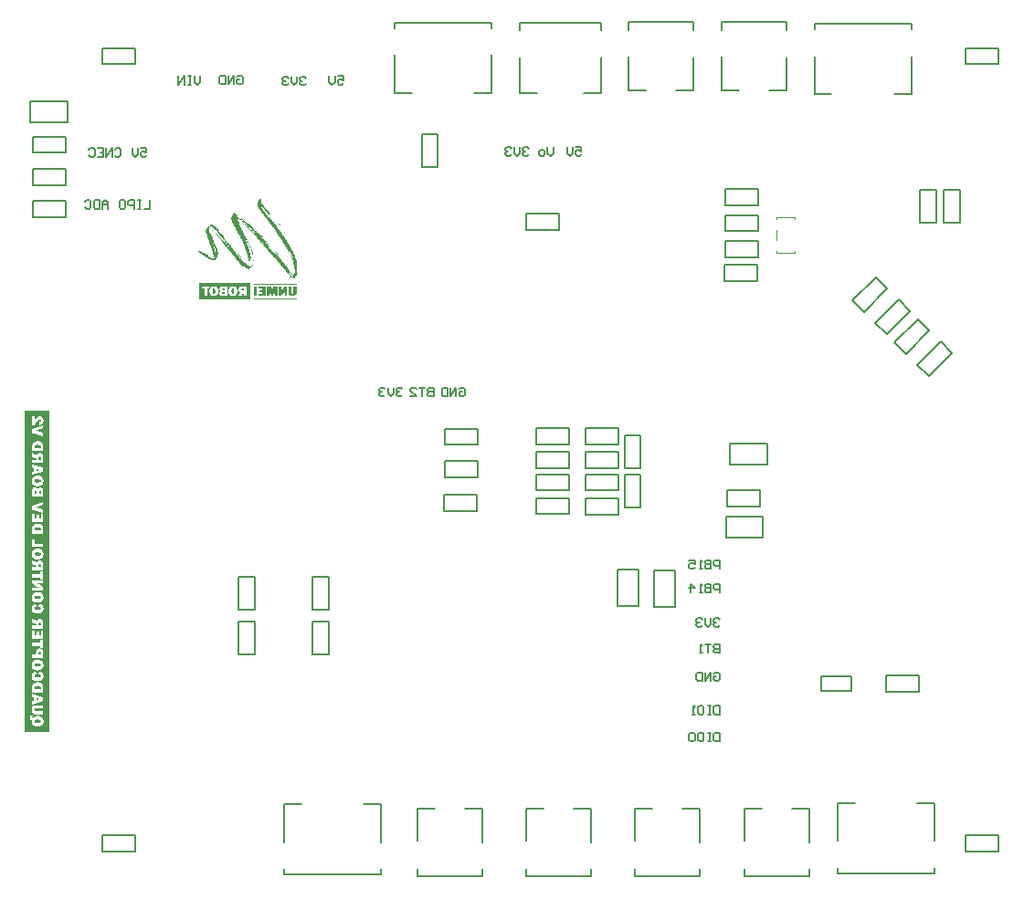
<source format=gbo>
G04*
G04 #@! TF.GenerationSoftware,Altium Limited,Altium Designer,21.2.2 (38)*
G04*
G04 Layer_Color=32896*
%FSTAX24Y24*%
%MOIN*%
G70*
G04*
G04 #@! TF.SameCoordinates,E8B1D116-6B3C-4CC1-BC5D-0A1EC4A5AECB*
G04*
G04*
G04 #@! TF.FilePolarity,Positive*
G04*
G01*
G75*
%ADD10C,0.0079*%
%ADD16C,0.0039*%
%ADD153C,0.0059*%
G36*
X019127Y03491D02*
X019134Y034903D01*
X019139Y034885D01*
X019141Y034824D01*
X019121Y034813D01*
X019125Y034791D01*
X019139Y034782D01*
X019166Y034732D01*
X019179Y034718D01*
X019184Y034709D01*
X019202Y034691D01*
X019215Y034669D01*
X019224Y03466D01*
X019229Y034651D01*
X019242Y034637D01*
X019256Y034615D01*
X019269Y034606D01*
X019274Y034597D01*
X019292Y034579D01*
X019297Y034569D01*
X01931Y034556D01*
X019315Y034547D01*
X019328Y034538D01*
X019342Y034515D01*
X019351Y034506D01*
X019355Y034497D01*
X019362Y034486D01*
X019371Y034482D01*
X019396Y034457D01*
X019409Y034434D01*
X019418Y034425D01*
X019432Y034403D01*
X01945Y034371D01*
X019459Y034362D01*
X019454Y034344D01*
X019448Y034342D01*
X019434Y034346D01*
X019421Y034333D01*
X019398Y034337D01*
X019364Y034371D01*
X019351Y034394D01*
X019342Y034403D01*
X019337Y034412D01*
X019297Y034452D01*
X019283Y034475D01*
X019274Y034484D01*
X01926Y034506D01*
X019251Y034511D01*
X019247Y03452D01*
X019229Y034538D01*
X019224Y034547D01*
X019218Y034554D01*
X019211Y034556D01*
X019206Y034565D01*
X019188Y034583D01*
X019184Y034592D01*
X019177Y034603D01*
X01917Y034606D01*
X019166Y034615D01*
X019145Y034635D01*
X019127Y034639D01*
X019116Y034628D01*
X019121Y034592D01*
X019134Y034579D01*
X019143Y034556D01*
X019179Y03452D01*
X019193Y034497D01*
X019247Y034443D01*
X01926Y034421D01*
X019292Y034389D01*
X019297Y03438D01*
X019333Y034344D01*
X019339Y034319D01*
X019351Y034312D01*
X019357Y034283D01*
X019373Y034267D01*
X01938Y034238D01*
X019396Y034222D01*
X0194Y034209D01*
X019407Y034202D01*
X01943Y034206D01*
X019439Y03422D01*
X019452Y034206D01*
X019459Y034204D01*
X019473Y034182D01*
X019482Y034177D01*
X019495Y034154D01*
X019504Y034145D01*
X019509Y034136D01*
X019522Y034127D01*
X019536Y034105D01*
X019567Y034073D01*
X019579Y034053D01*
X019588Y034048D01*
X019594Y034042D01*
X019612Y03401D01*
X019633Y033985D01*
X019644Y03397D01*
X019657Y033956D01*
X019671Y033933D01*
X01968Y033924D01*
X019685Y033911D01*
X019698Y033897D01*
X019703Y033888D01*
X019721Y03387D01*
X019734Y033848D01*
X019743Y033839D01*
X019757Y033816D01*
X019766Y033807D01*
X01977Y033798D01*
X019788Y03378D01*
X019802Y033757D01*
X019811Y033748D01*
X019818Y033733D01*
X019824Y03373D01*
X019829Y033721D01*
X01984Y033706D01*
X019847Y033703D01*
X01986Y033681D01*
X019869Y033672D01*
X019883Y033649D01*
X019892Y03364D01*
X01991Y033609D01*
X019933Y033577D01*
X019953Y033552D01*
X01996Y033545D01*
X019964Y033527D01*
X019996Y033487D01*
X020005Y033478D01*
X020009Y033455D01*
X020023Y033442D01*
X020032Y033419D01*
X020045Y033406D01*
X02005Y033388D01*
X020057Y033381D01*
X020066Y033376D01*
X020077Y033347D01*
X020086Y033338D01*
X020095Y033315D01*
X020109Y033302D01*
X020118Y033279D01*
X020131Y033266D01*
X020136Y033248D01*
X02014Y033239D01*
X020154Y033225D01*
X020158Y033203D01*
X020176Y033176D01*
X02019Y033153D01*
X020199Y033144D01*
X020203Y033121D01*
X020217Y033108D01*
X020224Y033083D01*
X020235Y033067D01*
X020244Y033045D01*
X020246Y033038D01*
X020255Y033033D01*
X020262Y033027D01*
X020266Y033009D01*
X020271Y033D01*
X020285Y032986D01*
X020289Y032959D01*
X020307Y032941D01*
X020312Y032918D01*
X020321Y032909D01*
X02033Y032887D01*
X020334Y032873D01*
X020348Y03286D01*
X020352Y032828D01*
X02037Y032788D01*
X020375Y03277D01*
X020388Y032738D01*
X020397Y032702D01*
X020411Y03267D01*
X020415Y032652D01*
X02042Y032589D01*
X020429Y032567D01*
X020433Y03253D01*
X020438Y032517D01*
X020442Y032377D01*
X020438Y032345D01*
X020433Y032291D01*
X02042Y03226D01*
X020415Y032242D01*
X020411Y032183D01*
X020406Y032179D01*
X020413Y032172D01*
X020436Y032185D01*
X020454Y032203D01*
X02046Y032183D01*
X020447Y032161D01*
X020438Y032152D01*
X020433Y032129D01*
X02042Y032115D01*
X020415Y032106D01*
X020388Y032093D01*
X020379Y032084D01*
X020375Y032052D01*
X02037Y032043D01*
X020332Y032005D01*
X020314Y032009D01*
X020305Y032018D01*
X020282Y032032D01*
X020271Y032043D01*
X020275Y032057D01*
X020282Y032064D01*
X020289Y032066D01*
X020298Y032088D01*
X020294Y032111D01*
X020273Y032131D01*
X020264Y032136D01*
X020237Y032163D01*
X020215Y032176D01*
X020188Y032203D01*
X020165Y032212D01*
X020133Y032226D01*
X020127Y032224D01*
X020131Y03221D01*
X020151Y032185D01*
X020165Y032167D01*
X020172Y032165D01*
X020185Y032142D01*
X020199Y032129D01*
X020212Y032106D01*
X020221Y032097D01*
X020239Y032057D01*
X020235Y03203D01*
X020228Y032023D01*
X020185Y032039D01*
X020169Y03205D01*
X02016Y032059D01*
X02014Y03207D01*
X020127Y032093D01*
X020113Y032106D01*
X020109Y032115D01*
X020095Y032129D01*
X020097Y032145D01*
X020106Y03214D01*
X020136Y032111D01*
X02014Y032102D01*
X020158Y032084D01*
X020163Y032075D01*
X020183Y032068D01*
X020192Y032073D01*
X020194Y032088D01*
X020178Y032109D01*
X020169Y032113D01*
X020163Y032129D01*
X020145Y032147D01*
X02014Y032156D01*
X020122Y032174D01*
X020109Y032197D01*
X0201Y032206D01*
X020097Y032212D01*
X020088Y032217D01*
X020077Y032228D01*
X020072Y032242D01*
X020036Y032278D01*
X020032Y032287D01*
X019991Y032327D01*
X019978Y03235D01*
X019946Y032382D01*
X019933Y032404D01*
X019906Y032431D01*
X019901Y03244D01*
X019838Y032503D01*
X019824Y032526D01*
X019797Y032553D01*
X019784Y032576D01*
X019707Y032652D01*
X019703Y032661D01*
X019685Y032679D01*
X019678Y032695D01*
X019671Y032697D01*
X019666Y032706D01*
X019621Y032752D01*
X019617Y032761D01*
X01961Y032772D01*
X019601Y032776D01*
X019563Y032815D01*
X019558Y032824D01*
X019547Y032839D01*
X019538Y032844D01*
X019531Y032851D01*
X019527Y03286D01*
X019513Y032869D01*
X019509Y032878D01*
X019502Y032885D01*
X019495Y032887D01*
X019482Y032909D01*
X019473Y032918D01*
X019468Y032927D01*
X019452Y032939D01*
X019443Y032952D01*
X019434Y032957D01*
X019418Y032982D01*
X019387Y033013D01*
X019376Y033033D01*
X019366Y033038D01*
X01936Y033045D01*
X019355Y033054D01*
X019339Y033065D01*
X019319Y033085D01*
X019315Y033094D01*
X019292Y033117D01*
X019288Y033126D01*
X019251Y033162D01*
X019249Y033169D01*
X01924Y033173D01*
X019233Y03318D01*
X01922Y033203D01*
X019206Y033212D01*
X019202Y033221D01*
X019195Y033227D01*
X019186Y033232D01*
X019177Y033245D01*
X019168Y03325D01*
X019154Y033273D01*
X019145Y033277D01*
X019134Y033293D01*
X019127Y0333D01*
X019121Y033302D01*
X019116Y033311D01*
X019103Y033324D01*
X019098Y033333D01*
X019078Y033358D01*
X019039Y033397D01*
X019026Y033419D01*
X018972Y033473D01*
X018954Y033505D01*
X018945Y033527D01*
X01894Y033536D01*
X018927Y033559D01*
X018922Y033568D01*
X018909Y033582D01*
X018904Y033591D01*
X018893Y033602D01*
X018886Y033604D01*
X018882Y033613D01*
X018859Y033636D01*
X018857Y033642D01*
X018848Y033647D01*
X018836Y033658D01*
X018832Y033667D01*
X018667Y033832D01*
X018645Y033845D01*
X01862Y033866D01*
X018586Y0339D01*
X018577Y033904D01*
X018568Y033913D01*
X018559Y033918D01*
X018548Y033929D01*
X018545Y033936D01*
X018536Y03394D01*
X018525Y033951D01*
X018521Y03396D01*
X018496Y033976D01*
X018469Y034003D01*
X01846Y034008D01*
X018448Y034019D01*
X018444Y034028D01*
X018435Y034037D01*
X018446Y034039D01*
X018455Y03403D01*
X018478Y034017D01*
X018487Y034008D01*
X018496Y034003D01*
X018532Y033967D01*
X018552Y033956D01*
X018557Y033947D01*
X018563Y03394D01*
X018573Y033936D01*
X0186Y033909D01*
X018609Y033904D01*
X01862Y033893D01*
X018624Y033884D01*
X018631Y033877D01*
X01864Y033873D01*
X018681Y033841D01*
X018685Y033832D01*
X018694Y033827D01*
X01873Y033791D01*
X018739Y033787D01*
X018864Y033663D01*
X018868Y033654D01*
X018963Y033559D01*
X018967Y03355D01*
X018983Y033539D01*
X018992Y033525D01*
X019001Y033521D01*
X01903Y033491D01*
X019035Y033482D01*
X019053Y033473D01*
X019057Y033464D01*
X019064Y033457D01*
X019071Y03346D01*
X019066Y033478D01*
X019048Y033509D01*
X019035Y033518D01*
X01903Y033527D01*
X019012Y033545D01*
X019008Y033554D01*
X018994Y033564D01*
X01899Y033577D01*
X018909Y033658D01*
X018904Y033667D01*
X018891Y033681D01*
X018886Y03369D01*
X01887Y033701D01*
X018861Y033715D01*
X018852Y033719D01*
X018834Y033746D01*
X018807Y033773D01*
X018798Y033778D01*
X018782Y033789D01*
X018778Y033798D01*
X018771Y033805D01*
X018762Y033809D01*
X018753Y033823D01*
X018744Y033827D01*
X018737Y033834D01*
X018733Y033843D01*
X018717Y033854D01*
X018708Y033863D01*
X018699Y033868D01*
X018667Y0339D01*
X018647Y033911D01*
X018642Y03392D01*
X018636Y033927D01*
X018627Y033931D01*
X01862Y033938D01*
X018618Y033945D01*
X018609Y033949D01*
X018597Y03396D01*
X018593Y033974D01*
X018611Y033979D01*
X018606Y033988D01*
X018595Y034008D01*
X018586Y034012D01*
X018563Y034039D01*
X018527Y034076D01*
X018518Y03408D01*
X018496Y034103D01*
X018487Y034107D01*
X018455Y034139D01*
X018446Y034143D01*
X018419Y03417D01*
X01841Y034175D01*
X018399Y034191D01*
X018363Y034218D01*
X018361Y034224D01*
X018351Y034229D01*
X01834Y03424D01*
X018338Y034247D01*
X018315Y03426D01*
X018302Y034274D01*
X018293Y034279D01*
X018286Y034285D01*
X018284Y034292D01*
X018261Y034301D01*
X018239Y034297D01*
X018236Y034294D01*
X01825Y034272D01*
X018268Y034263D01*
X018273Y034254D01*
X018284Y034242D01*
X018293Y034238D01*
X018333Y034197D01*
X018342Y034193D01*
X01837Y034166D01*
X018379Y034161D01*
X018388Y034152D01*
X018397Y034148D01*
X018428Y034116D01*
X018437Y034112D01*
X018455Y034094D01*
X018464Y034089D01*
X018476Y034073D01*
X018491Y034062D01*
X0185Y034053D01*
X018516Y034046D01*
X018521Y034037D01*
X018534Y034024D01*
X018532Y034017D01*
X018523Y034021D01*
X018514Y03403D01*
X018494Y034042D01*
X018489Y034051D01*
X018471Y03406D01*
X018467Y034069D01*
X018439Y034087D01*
X018428Y034098D01*
X018419Y034103D01*
X018401Y034121D01*
X018379Y034134D01*
X01837Y034143D01*
X018361Y034148D01*
X018342Y034166D01*
X018315Y034175D01*
X018297Y034166D01*
X018266Y034179D01*
X018257Y034175D01*
X01825Y034168D01*
X018254Y034136D01*
X018273Y034118D01*
X018286Y034087D01*
X018313Y034028D01*
X018322Y033992D01*
X018336Y03396D01*
X018399Y03383D01*
X018412Y033807D01*
X018421Y033798D01*
X018426Y033771D01*
X018444Y033753D01*
X018448Y033717D01*
X018467Y033676D01*
X01848Y033654D01*
X018489Y033631D01*
X018503Y033609D01*
X018525Y033577D01*
X018543Y033545D01*
X018552Y033536D01*
X018557Y033514D01*
X018579Y033482D01*
X018584Y033473D01*
X018593Y033464D01*
X018604Y033435D01*
X018611Y033428D01*
X018629Y033397D01*
X018656Y033347D01*
X01866Y033333D01*
X018656Y03332D01*
X018649Y033318D01*
X018642Y033324D01*
X018638Y033333D01*
X018629Y033342D01*
X018624Y033361D01*
X018611Y033383D01*
X018588Y033424D01*
X01857Y033451D01*
X018566Y03346D01*
X018559Y033467D01*
X018536Y033462D01*
X018534Y033451D01*
X018548Y033428D01*
X018552Y03341D01*
X018557Y033397D01*
X018566Y033388D01*
X018575Y033365D01*
X018579Y033338D01*
X018588Y033329D01*
X018597Y033297D01*
X018606Y033275D01*
X018618Y033245D01*
X018622Y033223D01*
X018633Y033207D01*
X018638Y033194D01*
X018642Y033176D01*
X018647Y033162D01*
X018656Y033153D01*
X01866Y033135D01*
X018665Y033112D01*
X018683Y033072D01*
X01869Y033042D01*
X018699Y03302D01*
X018706Y032995D01*
X01871Y032954D01*
X018724Y032923D01*
X018733Y03286D01*
X018737Y032837D01*
X018742Y032824D01*
X018746Y032752D01*
X018742Y03272D01*
X018733Y032711D01*
X018719Y032679D01*
X018715Y032643D01*
X01871Y03263D01*
X018706Y032562D01*
X01871Y032548D01*
X018706Y032535D01*
X018701Y032485D01*
X018688Y032454D01*
X018692Y032409D01*
X018708Y032406D01*
X018721Y03242D01*
X018744Y032433D01*
X018757Y032447D01*
X018767Y032452D01*
X018773Y032458D01*
X018782Y032481D01*
X018796Y032494D01*
X018807Y032515D01*
X018816Y032519D01*
X01883Y032524D01*
X018832Y032512D01*
X018809Y032481D01*
X018805Y032472D01*
X018791Y032458D01*
X018787Y032449D01*
X018773Y032436D01*
X01876Y032413D01*
X018751Y032409D01*
X018746Y0324D01*
X018739Y032393D01*
X01873Y032388D01*
X018724Y032382D01*
X018719Y032373D01*
X018694Y032357D01*
X018676Y032339D01*
X018631Y032321D01*
X018624Y032327D01*
X018629Y032345D01*
X018633Y032359D01*
X018613Y032366D01*
X018584Y032377D01*
X018577Y032384D01*
X018548Y032395D01*
X018509Y03242D01*
X0185Y032429D01*
X018469Y032447D01*
X018444Y032467D01*
X018433Y032479D01*
X018424Y032483D01*
X018322Y032585D01*
X018318Y032594D01*
X018282Y03263D01*
X018268Y032652D01*
X018236Y032684D01*
X018223Y032706D01*
X018214Y032715D01*
X018209Y032724D01*
X018191Y032742D01*
X018178Y032765D01*
X018151Y032792D01*
X018137Y032815D01*
X018128Y032824D01*
X018124Y032833D01*
X018083Y032873D01*
X01807Y032896D01*
X018061Y032905D01*
X018054Y032921D01*
X018047Y032923D01*
X018042Y032932D01*
X018031Y032948D01*
X018022Y032952D01*
X018015Y032959D01*
X018011Y032968D01*
X018002Y032973D01*
X017988Y032995D01*
X017979Y033004D01*
X017966Y033027D01*
X017934Y033058D01*
X017923Y033079D01*
X017914Y033083D01*
X017894Y033103D01*
X01788Y033126D01*
X017848Y033157D01*
X017835Y03318D01*
X017803Y033212D01*
X017799Y033221D01*
X017781Y033239D01*
X017767Y033261D01*
X01774Y033288D01*
X017727Y033311D01*
X017718Y03332D01*
X017713Y033329D01*
X017695Y033347D01*
X017682Y03337D01*
X017673Y033379D01*
X017659Y033401D01*
X01765Y03341D01*
X017645Y033419D01*
X017609Y033455D01*
X017596Y033478D01*
X017587Y033487D01*
X01758Y033503D01*
X017573Y033505D01*
X017569Y033514D01*
X017548Y033539D01*
X017519Y033568D01*
X017515Y033577D01*
X017479Y033613D01*
X017465Y033636D01*
X017411Y03369D01*
X017406Y033699D01*
X017395Y03371D01*
X017388Y033712D01*
X017384Y033721D01*
X017377Y033728D01*
X017368Y033733D01*
X017332Y033769D01*
X017323Y033773D01*
X017314Y033791D01*
X017305Y033796D01*
X017298Y033803D01*
X0173Y033809D01*
X017309Y033805D01*
X017323Y033791D01*
X017345Y033778D01*
X017377Y033746D01*
X017384Y033744D01*
X017388Y033735D01*
X017395Y033728D01*
X017404Y033724D01*
X017422Y033701D01*
X017431Y033697D01*
X01747Y033658D01*
X017474Y033649D01*
X017627Y033496D01*
X01763Y033489D01*
X017652Y033476D01*
X017664Y033464D01*
X017668Y033455D01*
X017684Y033439D01*
X017693Y033435D01*
X017749Y033379D01*
X017754Y03337D01*
X017794Y033329D01*
X017799Y03332D01*
X017806Y033313D01*
X017812Y033311D01*
X017817Y033302D01*
X01786Y033245D01*
X01788Y033225D01*
X017885Y033216D01*
X017903Y033198D01*
X017916Y033176D01*
X017925Y033167D01*
X017927Y03316D01*
X017936Y033155D01*
X017959Y033142D01*
X01797Y033144D01*
X017973Y033155D01*
X017957Y033185D01*
X017952Y033194D01*
X017934Y033212D01*
X01793Y03323D01*
X017912Y033248D01*
X017898Y03327D01*
X017887Y033282D01*
X017878Y033286D01*
X017867Y033302D01*
X017853Y033311D01*
X017842Y033331D01*
X017835Y033333D01*
X01783Y033342D01*
X017821Y033351D01*
X017819Y033358D01*
X01781Y033363D01*
X017803Y03337D01*
X017799Y033379D01*
X017783Y03339D01*
X017767Y033415D01*
X017756Y033435D01*
X017747Y033439D01*
X01774Y033446D01*
X017736Y033455D01*
X017722Y033464D01*
X017718Y033473D01*
X017706Y033489D01*
X017697Y033494D01*
X017691Y0335D01*
X017686Y033509D01*
X017677Y033514D01*
X017664Y033536D01*
X017655Y033545D01*
X017641Y033568D01*
X017609Y0336D01*
X017603Y033615D01*
X017594Y03362D01*
X017587Y033627D01*
X017573Y033649D01*
X017564Y033658D01*
X017562Y033665D01*
X017553Y03367D01*
X017546Y033676D01*
X017533Y033699D01*
X017524Y033708D01*
X017519Y033717D01*
X017479Y033757D01*
X017474Y033767D01*
X017463Y033778D01*
X017456Y03378D01*
X017442Y033803D01*
X017431Y033814D01*
X017409Y033827D01*
X017395Y033841D01*
X017386Y033845D01*
X01735Y033882D01*
X017321Y033897D01*
X017316Y033906D01*
X017305Y033918D01*
X017258Y033938D01*
X017262Y033956D01*
X017269Y033963D01*
X01735Y033958D01*
X0174Y033931D01*
X017431Y033913D01*
X017485Y033859D01*
X017492Y033857D01*
X017497Y033848D01*
X017503Y033841D01*
X017512Y033836D01*
X017519Y03383D01*
X017524Y033821D01*
X017539Y033809D01*
X017548Y033796D01*
X017555Y033794D01*
X017569Y033771D01*
X017582Y033762D01*
X017587Y033753D01*
X017594Y033746D01*
X017603Y033742D01*
X017605Y03373D01*
X017589Y033728D01*
X017576Y033751D01*
X017567Y033755D01*
X01756Y033762D01*
X017555Y033771D01*
X017539Y033782D01*
X017535Y033791D01*
X017526Y033796D01*
X017519Y033803D01*
X017515Y033812D01*
X017508Y033818D01*
X017499Y033823D01*
X017485Y033836D01*
X017463Y033845D01*
X017456Y033843D01*
X017461Y03383D01*
X017476Y033809D01*
X017483Y033807D01*
X017494Y033787D01*
X017503Y033782D01*
X01751Y033776D01*
X017521Y033755D01*
X017528Y033753D01*
X01753Y033746D01*
X017553Y033733D01*
X017562Y033719D01*
X017605Y033699D01*
X017609Y03369D01*
X017657Y033642D01*
X017679Y033629D01*
X017776Y033532D01*
X017781Y033518D01*
X017758Y033509D01*
X017749Y033491D01*
X017781Y033451D01*
X017794Y033437D01*
X017808Y033415D01*
X017817Y033406D01*
X017819Y033399D01*
X017828Y033394D01*
X017835Y033388D01*
X017848Y033365D01*
X017948Y033266D01*
X017952Y033257D01*
X017988Y033221D01*
X018002Y033198D01*
X018011Y033189D01*
X018024Y033167D01*
X018033Y033157D01*
X018038Y033148D01*
X018049Y033137D01*
X018056Y033135D01*
X01807Y033112D01*
X018079Y033103D01*
X018083Y033094D01*
X018092Y03309D01*
X018097Y033081D01*
X01811Y033058D01*
X018124Y033049D01*
X018133Y033027D01*
X018146Y033013D01*
X018151Y033004D01*
X018162Y033002D01*
X018176Y033006D01*
X018178Y033D01*
X018164Y032991D01*
X018169Y032973D01*
X018187Y032964D01*
X018191Y032945D01*
X018205Y032932D01*
X018209Y032923D01*
X018223Y032914D01*
X018239Y032885D01*
X018248Y03288D01*
X018259Y032864D01*
X018273Y032851D01*
X018277Y032837D01*
X018291Y032824D01*
X018293Y032817D01*
X018302Y032812D01*
X018313Y032801D01*
X018318Y032792D01*
X018333Y032781D01*
X01834Y032765D01*
X018358Y032747D01*
X018361Y032745D01*
X018381Y032724D01*
X018385Y032715D01*
X018421Y032679D01*
X018426Y03267D01*
X018433Y032664D01*
X018442Y032659D01*
X018457Y032634D01*
X0185Y032591D01*
X018523Y032582D01*
X018545Y032578D01*
X018552Y032571D01*
X018557Y032562D01*
X018568Y032551D01*
X018575Y032548D01*
X018588Y032526D01*
X01862Y032494D01*
X018622Y032488D01*
X018631Y032483D01*
X018654Y032474D01*
X018663Y032479D01*
X01867Y032485D01*
X018679Y032517D01*
X018688Y032539D01*
X018683Y032598D01*
X018679Y03263D01*
X01867Y032652D01*
X018663Y032722D01*
X018654Y032745D01*
X018647Y03277D01*
X018642Y03281D01*
X018624Y032851D01*
X018615Y032887D01*
X018606Y032909D01*
X018602Y032941D01*
X018597Y032959D01*
X018588Y032968D01*
X018579Y033004D01*
X018575Y033031D01*
X018561Y033063D01*
X018557Y033081D01*
X018543Y033103D01*
X018539Y033117D01*
X018534Y033144D01*
X018521Y033157D01*
X018514Y033191D01*
X018503Y033207D01*
X018494Y03323D01*
X018489Y033252D01*
X01848Y033261D01*
X018469Y033291D01*
X018453Y03332D01*
X018385Y03346D01*
X018381Y033469D01*
X018372Y033478D01*
X018361Y033507D01*
X018345Y033536D01*
X018277Y033676D01*
X018273Y033685D01*
X018264Y033694D01*
X018252Y033724D01*
X018236Y033753D01*
X01823Y033769D01*
X018221Y033773D01*
X018214Y03378D01*
X018209Y033803D01*
X018196Y033816D01*
X018191Y033834D01*
X018178Y033857D01*
X018169Y033879D01*
X018162Y033895D01*
X018155Y033897D01*
X018142Y033933D01*
X018133Y033942D01*
X018128Y03396D01*
X018115Y033983D01*
X018106Y034006D01*
X018092Y034028D01*
X018083Y034051D01*
X01807Y034073D01*
X018061Y034096D01*
X018054Y034112D01*
X018047Y034114D01*
X018031Y034157D01*
X018024Y034177D01*
X018029Y034186D01*
X018024Y0342D01*
X01802Y034218D01*
X018024Y034236D01*
X018038Y034249D01*
X018045Y034274D01*
X018056Y034285D01*
X01807Y034308D01*
X018106Y034344D01*
X01811Y034353D01*
X018124Y034366D01*
X018137Y034389D01*
X018148Y034391D01*
X018162Y034387D01*
X018203Y034364D01*
X018232Y034344D01*
X018236Y034335D01*
X018259Y034321D01*
X018264Y034312D01*
X018279Y034306D01*
X018293Y034292D01*
X018315Y034283D01*
X01832Y034274D01*
X018329Y034269D01*
X018354Y034249D01*
X01837Y034238D01*
X018399Y034218D01*
X018403Y034209D01*
X01841Y034202D01*
X018419Y034197D01*
X018478Y034139D01*
X018487Y034134D01*
X018496Y034125D01*
X018505Y034121D01*
X018516Y034109D01*
X018518Y034103D01*
X018527Y034098D01*
X018559Y034076D01*
X018568Y034071D01*
X018593Y034051D01*
X018618Y034035D01*
X018649Y034017D01*
X018658Y034008D01*
X018681Y033994D01*
X01869Y033985D01*
X018706Y033979D01*
X01871Y03397D01*
X018717Y033963D01*
X018739Y033949D01*
X018748Y03394D01*
X018757Y033936D01*
X018821Y033873D01*
X018827Y03387D01*
X01883Y033859D01*
X018827Y033843D01*
X018836Y033834D01*
X018848Y033814D01*
X018857Y033809D01*
X01892Y033746D01*
X01894Y033735D01*
X018945Y033726D01*
X018951Y033719D01*
X01896Y033715D01*
X018972Y033699D01*
X019008Y033676D01*
X019012Y033667D01*
X019019Y033661D01*
X019039Y033649D01*
X019042Y033642D01*
X019064Y033629D01*
X019096Y033597D01*
X019118Y033584D01*
X01915Y033552D01*
X019159Y033548D01*
X019168Y033534D01*
X019177Y03353D01*
X019184Y033523D01*
X019179Y033514D01*
X019168Y033512D01*
X019145Y033521D01*
X019143Y033514D01*
X019163Y033485D01*
X019173Y03348D01*
X019191Y033462D01*
X019204Y033457D01*
X019229Y033433D01*
X019231Y033426D01*
X01924Y033421D01*
X019251Y03341D01*
X019254Y033403D01*
X019263Y033399D01*
X019292Y03337D01*
X019294Y033363D01*
X019303Y033358D01*
X019333Y033329D01*
X019337Y03332D01*
X019344Y033313D01*
X019353Y033309D01*
X019364Y033293D01*
X019378Y033284D01*
X019391Y033261D01*
X019396Y033248D01*
X019394Y033245D01*
X019376Y033264D01*
X019366Y033268D01*
X019355Y033279D01*
X019353Y033286D01*
X019344Y033291D01*
X019337Y033297D01*
X019333Y033306D01*
X019326Y033313D01*
X019303Y033327D01*
X019292Y033338D01*
X01929Y033345D01*
X019276Y033349D01*
X019269Y033342D01*
X019274Y03332D01*
X01929Y033309D01*
X01931Y033288D01*
X019315Y033279D01*
X019333Y033261D01*
X019337Y033252D01*
X019353Y033241D01*
X019362Y033227D01*
X019371Y033223D01*
X019378Y033216D01*
X019382Y033207D01*
X019396Y033198D01*
X019407Y033178D01*
X019414Y033176D01*
X019421Y03316D01*
X01943Y033155D01*
X019436Y033148D01*
X019421Y033146D01*
X019412Y033155D01*
X019405Y033148D01*
X019423Y033117D01*
X019436Y033108D01*
X019452Y033079D01*
X019461Y033074D01*
X019482Y033054D01*
X019486Y033045D01*
X019504Y033027D01*
X019518Y033004D01*
X019549Y032973D01*
X019563Y03295D01*
X01959Y032923D01*
X019594Y032914D01*
X019612Y032896D01*
X019617Y032887D01*
X019624Y03288D01*
X019633Y032876D01*
X019648Y032851D01*
X01966Y032839D01*
X019678Y032835D01*
X019691Y03283D01*
X019694Y032833D01*
X019671Y032873D01*
X019662Y032882D01*
X019657Y032891D01*
X019644Y032905D01*
X019642Y032925D01*
X019662Y032914D01*
X019666Y032905D01*
X019707Y032864D01*
X019712Y032855D01*
X019725Y032842D01*
X019727Y032835D01*
X019736Y03283D01*
X019743Y032824D01*
X019757Y032801D01*
X019784Y032774D01*
X019788Y032765D01*
X019795Y032754D01*
X019804Y032749D01*
X01982Y032724D01*
X019851Y032693D01*
X019865Y03267D01*
X019892Y032643D01*
X019897Y032634D01*
X019915Y032616D01*
X019928Y032594D01*
X01996Y032562D01*
X019973Y032539D01*
X019982Y03253D01*
X019987Y032521D01*
X020005Y032503D01*
X020018Y032481D01*
X020045Y032454D01*
X020059Y032431D01*
X020068Y032422D01*
X020072Y032413D01*
X020091Y032395D01*
X020104Y032373D01*
X020122Y032341D01*
X020131Y032336D01*
X020145Y032314D01*
X020165Y032276D01*
X020174Y032271D01*
X02019Y032246D01*
X020199Y032237D01*
X020203Y032224D01*
X020221Y032206D01*
X020226Y032197D01*
X020255Y032167D01*
X020264Y032163D01*
X020278Y032149D01*
X0203Y03214D01*
X020318Y032145D01*
X02033Y032156D01*
X020339Y032188D01*
X020352Y032219D01*
X020348Y032323D01*
X020343Y032336D01*
X020336Y032406D01*
X020332Y032429D01*
X020327Y032465D01*
X020316Y032476D01*
X020307Y03253D01*
X020298Y032553D01*
X020296Y032587D01*
X020307Y032598D01*
X020312Y032616D01*
X020305Y032623D01*
X020296Y032627D01*
X020289Y032634D01*
X020285Y03267D01*
X020275Y032679D01*
X020271Y032697D01*
X020257Y03272D01*
X020248Y032742D01*
X020235Y032765D01*
X020226Y032774D01*
X020219Y032799D01*
X020212Y032806D01*
X020203Y032828D01*
X020199Y032846D01*
X020185Y032855D01*
X020188Y032876D01*
X020199Y032864D01*
X020212Y032842D01*
X020221Y032833D01*
X020226Y032815D01*
X020239Y032801D01*
X020244Y03277D01*
X020248Y032761D01*
X020275Y032742D01*
X020282Y03274D01*
X020289Y032747D01*
X020294Y032765D01*
X020289Y032792D01*
X02028Y032801D01*
X020262Y032833D01*
X020253Y032842D01*
X020248Y03286D01*
X02023Y032878D01*
X020226Y032896D01*
X020208Y032914D01*
X020194Y032936D01*
X020185Y032945D01*
X020181Y032964D01*
X020174Y03297D01*
X020165Y032975D01*
X020158Y032982D01*
X020154Y033D01*
X020142Y033002D01*
X020136Y032995D01*
X020131Y032982D01*
X020129Y032979D01*
X020122Y032986D01*
X020127Y033018D01*
X020109Y033022D01*
X0201Y033031D01*
X020091Y033054D01*
X020082Y033058D01*
X020072Y033081D01*
X020068Y03309D01*
X020059Y033099D01*
X02005Y033121D01*
X020036Y033135D01*
X020032Y033153D01*
X020027Y033162D01*
X020009Y033189D01*
X020005Y033198D01*
X019991Y033212D01*
X019987Y033239D01*
X019969Y033257D01*
X019937Y033315D01*
X019928Y03332D01*
X019915Y033342D01*
X019906Y033351D01*
X019899Y033376D01*
X019883Y033388D01*
X019869Y03341D01*
X01986Y033419D01*
X019856Y033442D01*
X01984Y033453D01*
X019836Y033471D01*
X019824Y033487D01*
X019815Y033496D01*
X019811Y033505D01*
X019797Y033518D01*
X019786Y033548D01*
X01977Y033564D01*
X019766Y033577D01*
X019743Y033609D01*
X019739Y033618D01*
X019732Y033624D01*
X019725Y033627D01*
X019716Y033649D01*
X0197Y033679D01*
X019691Y033683D01*
X019678Y033715D01*
X019669Y033719D01*
X019662Y033726D01*
X019657Y033753D01*
X019621Y033789D01*
X019615Y033818D01*
X019601Y033823D01*
X019585Y033825D01*
X019581Y033852D01*
X019567Y033861D01*
X019563Y03387D01*
X019551Y033882D01*
X019545Y033884D01*
X01954Y033893D01*
X019513Y03392D01*
X0195Y033942D01*
X019491Y033951D01*
X019468Y033992D01*
X019461Y034003D01*
X019454Y034006D01*
X01945Y034015D01*
X019439Y03403D01*
X019432Y034033D01*
X019418Y034055D01*
X019409Y034064D01*
X019396Y034087D01*
X019387Y034096D01*
X019382Y034114D01*
X019364Y034132D01*
X019351Y034154D01*
X019342Y034163D01*
X019337Y034173D01*
X019319Y034191D01*
X019306Y034213D01*
X019297Y034222D01*
X019283Y034245D01*
X019256Y034272D01*
X019251Y034281D01*
X019233Y034299D01*
X01922Y034321D01*
X019211Y03433D01*
X019197Y034353D01*
X019188Y034362D01*
X019184Y034371D01*
X019166Y034389D01*
X019152Y034412D01*
X019143Y034421D01*
X019136Y034436D01*
X01913Y034439D01*
X019125Y034448D01*
X019114Y034463D01*
X019107Y034466D01*
X019094Y034488D01*
X019085Y034497D01*
X019071Y03452D01*
X019062Y034529D01*
X019057Y034547D01*
X019039Y034565D01*
X019033Y03459D01*
X019024Y034594D01*
X019017Y034601D01*
X019008Y034637D01*
X018994Y034669D01*
X01899Y034714D01*
X018985Y034723D01*
X01899Y034736D01*
X018985Y03475D01*
X01899Y034763D01*
X018994Y034795D01*
X018999Y034809D01*
X019012Y034822D01*
X019026Y034845D01*
X019035Y034854D01*
X019039Y034867D01*
X019064Y034883D01*
X019073Y034892D01*
X019096Y034906D01*
X019105Y034915D01*
X019127Y03491D01*
D02*
G37*
G36*
X018417Y03406D02*
X018415Y034057D01*
X018412Y03406D01*
X018415Y034062D01*
X018417Y03406D01*
D02*
G37*
G36*
X018588Y033979D02*
X018582Y033976D01*
X018566Y033988D01*
X018563Y03399D01*
X018557Y033997D01*
X018568Y033999D01*
X018588Y033979D01*
D02*
G37*
G36*
X01975Y034048D02*
X019763Y034044D01*
X01977Y034037D01*
X019797Y033988D01*
X019811Y033974D01*
X019815Y033965D01*
X019824Y033956D01*
X019829Y033947D01*
X019833Y033933D01*
X019831Y033927D01*
X019813Y033931D01*
X019802Y033947D01*
X019793Y033956D01*
X019791Y033963D01*
X019788Y033965D01*
X01977Y033992D01*
X019766Y034006D01*
X019748Y034024D01*
X019741Y034048D01*
X019734Y034055D01*
X019736Y034062D01*
X01975Y034048D01*
D02*
G37*
G36*
X019978Y033654D02*
X019976Y033651D01*
X019973Y033654D01*
X019976Y033656D01*
X019978Y033654D01*
D02*
G37*
G36*
X02Y033622D02*
X019998Y03362D01*
X019996Y033622D01*
X019991Y033627D01*
X019998Y033629D01*
X02Y033622D01*
D02*
G37*
G36*
X020023Y033591D02*
Y033586D01*
X020021Y033584D01*
X020018Y033591D01*
X020021Y033593D01*
X020023Y033591D01*
D02*
G37*
G36*
X019459Y03313D02*
X019457Y033124D01*
X019448Y033128D01*
X019445Y03313D01*
X019457Y033133D01*
X019459Y03313D01*
D02*
G37*
G36*
X018688Y033266D02*
Y033261D01*
X018706Y033221D01*
X018712Y033196D01*
X018724Y033185D01*
X018737Y033148D01*
X018746Y033139D01*
X018751Y033121D01*
X018744Y03311D01*
X018735Y033115D01*
X018726Y033142D01*
X018717Y033146D01*
X01871Y033153D01*
X018706Y03318D01*
X018688Y033198D01*
X018683Y03323D01*
X01867Y033252D01*
X018674Y033275D01*
X018676Y033277D01*
X018688Y033266D01*
D02*
G37*
G36*
X019482Y033103D02*
X019475Y033101D01*
X019473Y033103D01*
X019475Y03311D01*
X019482Y033103D01*
D02*
G37*
G36*
X018223Y032959D02*
X018221Y032957D01*
X018214Y032959D01*
X018221Y032961D01*
X018223Y032959D01*
D02*
G37*
G36*
X018243Y032934D02*
X018245Y032932D01*
X018239Y03293D01*
X018236Y032936D01*
X018239Y032939D01*
X018243Y032934D01*
D02*
G37*
G36*
X020172Y032914D02*
X020176Y032896D01*
X020169Y032894D01*
X020163Y0329D01*
X020165Y032916D01*
X020169D01*
X020172Y032914D01*
D02*
G37*
G36*
X019664Y032984D02*
X019673Y032979D01*
X019685Y032968D01*
X019691Y032952D01*
X0197Y032948D01*
X019707Y032941D01*
X019712Y032932D01*
X019725Y032918D01*
X01973Y032909D01*
X019736Y032903D01*
X019745Y032898D01*
X019752Y032878D01*
X01975Y032876D01*
X01973Y032887D01*
X019727Y032894D01*
X019725Y032896D01*
X019685Y032936D01*
X01968Y032945D01*
X019657Y032968D01*
X019653Y032977D01*
X019648Y032991D01*
X019655Y032993D01*
X019664Y032984D01*
D02*
G37*
G36*
X017249Y032828D02*
X017246Y032821D01*
X017228Y032826D01*
X017226Y032828D01*
X017228Y03283D01*
X017249Y032828D01*
D02*
G37*
G36*
X018767Y033092D02*
X018773Y033085D01*
X018778Y033067D01*
X018791Y033045D01*
X018798Y033015D01*
X018809Y033009D01*
X018814Y032991D01*
Y032959D01*
X018816Y032957D01*
X018823Y032932D01*
X018827Y032833D01*
X018825Y032799D01*
X018821Y032839D01*
X018814Y03286D01*
X018818Y032869D01*
X0188Y032909D01*
X018796Y032964D01*
X018791Y032977D01*
X018787Y032995D01*
X018778Y033018D01*
X018767Y033047D01*
X018755Y033067D01*
X018751Y033085D01*
X018753Y033097D01*
X018767Y033092D01*
D02*
G37*
G36*
X01827Y032912D02*
X018282Y032896D01*
X018291Y032891D01*
X018295Y032882D01*
X018306Y032871D01*
X018315Y032867D01*
X018329Y032844D01*
X018338Y032839D01*
X018349Y032824D01*
X018365Y032812D01*
X018372Y032797D01*
X018381Y032788D01*
X018374Y032785D01*
X018365Y032794D01*
X018345Y032806D01*
X01834Y032815D01*
X018333Y032821D01*
X018329D01*
X018327Y032824D01*
X018318Y032833D01*
X018315Y032839D01*
X018306Y032844D01*
X0183Y032851D01*
X018286Y032873D01*
X018277Y032878D01*
X018273Y032887D01*
X018259Y0329D01*
X018261Y032916D01*
X01827Y032912D01*
D02*
G37*
G36*
X018832Y032765D02*
Y032761D01*
X01883Y03274D01*
X018827Y032788D01*
X01883Y03279D01*
X018832Y032765D01*
D02*
G37*
G36*
X017251Y0339D02*
X017267Y033893D01*
X017264Y033886D01*
X017235Y033875D01*
X01723Y033852D01*
X017244Y03383D01*
X017249Y033816D01*
X017239Y033807D01*
X017235Y033789D01*
X017239Y033708D01*
X017258Y033667D01*
X017262Y033658D01*
X017271Y033649D01*
X017276Y033631D01*
X01728Y033622D01*
X017298Y033595D01*
X017303Y033577D01*
X017316Y033554D01*
X017325Y033532D01*
X017334Y033523D01*
X017348Y033487D01*
X017357Y033478D01*
X017361Y03346D01*
X017366Y033437D01*
X017384Y033397D01*
X017391Y033367D01*
X017402Y033356D01*
X017406Y033338D01*
X017411Y033315D01*
X01742Y033306D01*
X017429Y033284D01*
X017447Y033243D01*
X017454Y033218D01*
X01747Y033203D01*
X017474Y033167D01*
X017483Y033157D01*
X017492Y033135D01*
X017494Y033124D01*
X017497Y033121D01*
X017501Y033103D01*
X017515Y03309D01*
X017519Y033045D01*
X017533Y033031D01*
X017539Y033006D01*
X017555Y032968D01*
X017551Y032932D01*
X017546Y032927D01*
X017551Y032914D01*
X017546Y032882D01*
X017537Y03286D01*
X017533Y032815D01*
X017515Y032788D01*
X01751Y032756D01*
X017497Y032742D01*
X017479Y032711D01*
X017458Y032686D01*
X017445Y032673D01*
X017415Y032661D01*
X017395Y032655D01*
X017373Y032668D01*
X01735Y032677D01*
X017318Y032682D01*
X017305Y032686D01*
X017287Y032691D01*
X017264Y0327D01*
X017233Y032713D01*
X017215Y032718D01*
X017201Y032731D01*
X017176Y032738D01*
X017165Y032754D01*
X017136Y032765D01*
X017124Y032776D01*
X017109Y032783D01*
X017104Y032792D01*
X017097Y032799D01*
X017075Y032812D01*
X017066Y032821D01*
X017057Y032826D01*
X01703Y032844D01*
X017021Y032848D01*
X017007Y032862D01*
X016976Y03288D01*
X016953Y032889D01*
X016944Y032894D01*
X016921Y032907D01*
X016912Y032912D01*
X016894Y03293D01*
X016854Y032952D01*
X016847Y032959D01*
X016833Y032986D01*
X01684Y032997D01*
X016858Y033002D01*
X016894Y032997D01*
X016917Y032988D01*
X016935Y032984D01*
X016944Y032979D01*
X016967Y032966D01*
X017009Y03295D01*
X01703Y032943D01*
X017052Y03293D01*
X017061Y032921D01*
X017084Y032907D01*
X017106Y032898D01*
X017115Y032894D01*
X017138Y03288D01*
X017156Y032876D01*
X017165Y032867D01*
X017174Y032862D01*
X017188Y032858D01*
X017208Y032846D01*
X017203Y032828D01*
X017199Y032815D01*
X01721Y032799D01*
X017228Y032794D01*
X017242Y03279D01*
X01726Y032772D01*
X017278Y032767D01*
X017285Y032761D01*
X017287Y032754D01*
X017305Y032749D01*
X017332Y032745D01*
X017341Y032736D01*
X017373Y032731D01*
X017395Y03274D01*
X017406Y032747D01*
X017411Y032765D01*
X017406Y032788D01*
X017397Y03281D01*
X017393Y032878D01*
X017375Y032918D01*
X017366Y032954D01*
X017348Y033D01*
X017341Y033024D01*
X01733Y033036D01*
X017325Y033054D01*
X017321Y03309D01*
X017307Y033103D01*
X017303Y033135D01*
X017298Y033144D01*
X017289Y033153D01*
X017285Y033171D01*
X01728Y033203D01*
X017262Y03323D01*
X017258Y03327D01*
X017249Y033279D01*
X017239Y033302D01*
X017235Y033351D01*
X017217Y033392D01*
X01721Y033417D01*
X017199Y033428D01*
X017194Y03346D01*
X01719Y033469D01*
X017181Y033478D01*
X017176Y033496D01*
X01717Y033521D01*
X017158Y03355D01*
X017154Y033568D01*
X017145Y033595D01*
X017149Y033609D01*
X017131Y033627D01*
X017122Y033663D01*
X017106Y033683D01*
X017093Y033688D01*
X017086Y033694D01*
X017091Y033753D01*
X017109Y03378D01*
X017113Y033789D01*
X017127Y033803D01*
X01714Y033825D01*
X017149Y033834D01*
X017163Y033857D01*
X017217Y033911D01*
X017219Y033918D01*
X01723Y03392D01*
X017251Y0339D01*
D02*
G37*
G36*
X01885Y032679D02*
Y032625D01*
Y032621D01*
X018845Y032562D01*
X018843Y03256D01*
X018836Y032567D01*
X018845Y032598D01*
X018841Y032652D01*
X018836Y032666D01*
X018839Y032682D01*
X01885Y032679D01*
D02*
G37*
G36*
X020478Y032305D02*
Y0323D01*
X020472Y032289D01*
X020469Y032305D01*
X020476Y032312D01*
X020478Y032305D01*
D02*
G37*
G36*
X020474Y032242D02*
X020467Y032235D01*
X02046Y032242D01*
X020469Y03226D01*
Y032264D01*
X020472Y032267D01*
X020474Y032242D01*
D02*
G37*
G36*
X01872Y03124D02*
X016858D01*
Y031834D01*
X01872D01*
Y03124D01*
D02*
G37*
G36*
X019716Y031364D02*
X019636D01*
Y031612D01*
X01957Y031364D01*
X019502D01*
X019438Y031612D01*
Y031364D01*
X019339D01*
Y03171D01*
X019479D01*
X019527Y031526D01*
X019577Y03171D01*
X019716D01*
Y031364D01*
D02*
G37*
G36*
X020072D02*
X019986D01*
Y031531D01*
X019986Y031541D01*
X019987Y03155D01*
X019989Y03156D01*
X01999Y031568D01*
X019992Y031576D01*
X019993Y031583D01*
X019994Y031585D01*
X019994Y031586D01*
X019995Y031588D01*
Y031588D01*
X019988Y031573D01*
X019981Y031559D01*
X019975Y031547D01*
X019969Y031537D01*
X019965Y031528D01*
X019963Y031525D01*
X019961Y031522D01*
X01996Y03152D01*
X019959Y031518D01*
X019958Y031517D01*
Y031517D01*
X019862Y031364D01*
X019776D01*
Y03171D01*
X019862D01*
Y031607D01*
X019862Y03159D01*
X019861Y031573D01*
X01986Y031558D01*
X019859Y031544D01*
X019858Y031538D01*
X019857Y031533D01*
X019856Y031528D01*
X019856Y031524D01*
X019855Y031521D01*
Y031519D01*
X019855Y031517D01*
Y031517D01*
X01986Y031528D01*
X019866Y031539D01*
X019872Y03155D01*
X019877Y031561D01*
X019883Y03157D01*
X019885Y031573D01*
X019887Y031577D01*
X019889Y031579D01*
X01989Y031582D01*
X01989Y031583D01*
X019891Y031583D01*
X019972Y03171D01*
X020072D01*
Y031364D01*
D02*
G37*
G36*
X020413Y031475D02*
X020413Y031464D01*
X020412Y031453D01*
X02041Y031444D01*
X020407Y031435D01*
X020404Y031427D01*
X020401Y031419D01*
X020398Y031413D01*
X020394Y031407D01*
X02039Y031402D01*
X020387Y031398D01*
X020383Y031394D01*
X02038Y031391D01*
X020378Y031388D01*
X020376Y031387D01*
X020375Y031386D01*
X020374Y031386D01*
X020366Y031381D01*
X020358Y031377D01*
X02035Y031373D01*
X020341Y03137D01*
X020323Y031365D01*
X020306Y031362D01*
X020299Y03136D01*
X020292Y03136D01*
X020285Y031359D01*
X02028Y031359D01*
X020275Y031358D01*
X020269D01*
X020257Y031359D01*
X020246Y031359D01*
X020236Y031361D01*
X020227Y031363D01*
X020218Y031365D01*
X020209Y031367D01*
X020202Y03137D01*
X020195Y031372D01*
X020188Y031375D01*
X020183Y031378D01*
X020179Y03138D01*
X020175Y031382D01*
X020172Y031384D01*
X020169Y031386D01*
X020168Y031386D01*
X020168Y031387D01*
X020161Y031393D01*
X020155Y031399D01*
X02015Y031406D01*
X020145Y031413D01*
X020141Y031421D01*
X020138Y031429D01*
X020136Y031437D01*
X020134Y031445D01*
X020132Y031452D01*
X020131Y031458D01*
X02013Y031465D01*
X020129Y03147D01*
X020129Y031475D01*
Y031478D01*
Y03148D01*
Y031481D01*
Y03171D01*
X020212D01*
Y031507D01*
Y031496D01*
X020213Y031488D01*
X020214Y031481D01*
Y031475D01*
X020214Y031471D01*
X020215Y031469D01*
X020215Y031467D01*
Y031466D01*
X020216Y031463D01*
X020218Y031459D01*
X020223Y031453D01*
X020226Y031451D01*
X020228Y031449D01*
X020229Y031448D01*
X02023Y031448D01*
X020235Y031445D01*
X02024Y031443D01*
X020245Y031442D01*
X02025Y031441D01*
X020254Y03144D01*
X020258Y03144D01*
X020262D01*
X02027Y03144D01*
X020276Y031441D01*
X020282Y031443D01*
X020287Y031445D01*
X020291Y031447D01*
X020293Y031449D01*
X020294Y03145D01*
X020295Y031451D01*
X020298Y031455D01*
X020301Y031461D01*
X020303Y031467D01*
X020304Y031473D01*
X020305Y031478D01*
X020305Y031483D01*
Y031486D01*
Y031487D01*
Y03171D01*
X020413D01*
Y031475D01*
D02*
G37*
G36*
X019279Y031364D02*
X019018D01*
Y031447D01*
X019175D01*
Y031503D01*
X019048D01*
Y03158D01*
X019175D01*
Y031631D01*
X019018D01*
Y03171D01*
X019279D01*
Y031364D01*
D02*
G37*
G36*
X018976D02*
X018869D01*
Y03171D01*
X018976D01*
Y031364D01*
D02*
G37*
G36*
X011378Y015433D02*
X010484D01*
Y027166D01*
X011378D01*
Y015433D01*
D02*
G37*
%LPC*%
G36*
X018158Y034301D02*
X018151Y034299D01*
X018155Y034281D01*
X018162Y034274D01*
X018176D01*
X018178Y034276D01*
X018173Y034285D01*
X018158Y034301D01*
D02*
G37*
G36*
X01744Y033868D02*
X017438Y033866D01*
X01744Y033863D01*
X017442Y033866D01*
X01744Y033868D01*
D02*
G37*
G36*
X019885Y033588D02*
X019879Y033577D01*
X019885Y033566D01*
X01989D01*
X019897Y033573D01*
X019892Y033582D01*
X019885Y033588D01*
D02*
G37*
G36*
X01993Y033525D02*
X019928Y033523D01*
X01993Y033521D01*
X019933Y033523D01*
X01993Y033525D01*
D02*
G37*
G36*
X019123Y033363D02*
X019116Y033356D01*
X019121Y033333D01*
X019145Y0333D01*
X019148Y033297D01*
X019184Y033261D01*
X019188Y033252D01*
X019204Y033241D01*
X019213Y033232D01*
X019227Y033227D01*
X019229Y033248D01*
X019215Y033261D01*
X019202Y033284D01*
X01917Y033324D01*
X019159Y03334D01*
X01915Y033345D01*
X019143Y033351D01*
X019139Y033361D01*
X019123Y033363D01*
D02*
G37*
G36*
X01924Y033223D02*
X019238Y033221D01*
X01924Y033218D01*
X019242Y033221D01*
X01924Y033223D01*
D02*
G37*
G36*
X020129Y033047D02*
X020127Y033045D01*
X020124Y033042D01*
X020122Y033031D01*
X020129Y033024D01*
X020133Y033042D01*
X020129Y033047D01*
D02*
G37*
G36*
X019714Y032808D02*
X019712Y032806D01*
X019714Y032803D01*
X019716Y032806D01*
X019714Y032808D01*
D02*
G37*
G36*
X019736Y032785D02*
X019734Y032783D01*
X019736Y032781D01*
X019739Y032783D01*
X019736Y032785D01*
D02*
G37*
G36*
X020305Y032573D02*
X020303Y032571D01*
X020309Y032564D01*
X020321Y032567D01*
Y032571D01*
X020305Y032573D01*
D02*
G37*
G36*
X017377Y033264D02*
X01737Y033257D01*
X017375Y033243D01*
X017377Y033241D01*
X017384Y033252D01*
X017379Y033261D01*
X017377Y033264D01*
D02*
G37*
G36*
X017382Y033227D02*
X017375Y033207D01*
X017379Y033189D01*
X017388Y033167D01*
X017393Y033157D01*
X0174Y033151D01*
X017406Y033148D01*
Y033144D01*
X017411Y033085D01*
X017424Y033054D01*
X017431Y033002D01*
X017438Y032986D01*
X017458Y032961D01*
X017463Y032957D01*
X01747Y032964D01*
X017474Y032982D01*
X01747Y033036D01*
X017461Y033058D01*
X017456Y033076D01*
X017451Y033099D01*
X017438Y033112D01*
X017431Y033137D01*
X01742Y033153D01*
X017411Y033162D01*
X017406Y033212D01*
X0174Y033218D01*
X017382Y033227D01*
D02*
G37*
G36*
X017463Y032948D02*
X017461Y032941D01*
X017463Y032939D01*
X017465Y032945D01*
X017463Y032948D01*
D02*
G37*
G36*
X018602Y03171D02*
X018416D01*
X018412Y03171D01*
X018407Y031709D01*
X018401Y031709D01*
X018394Y031708D01*
X018387Y031707D01*
X018372Y031703D01*
X018357Y031698D01*
X018349Y031695D01*
X018342Y031691D01*
X018335Y031687D01*
X018328Y031682D01*
X018328Y031681D01*
X018327Y031681D01*
X018325Y031679D01*
X018323Y031677D01*
X018321Y031674D01*
X018318Y031671D01*
X018315Y031667D01*
X018311Y031662D01*
X018305Y031651D01*
X0183Y031639D01*
X018298Y031632D01*
X018297Y031624D01*
X018296Y031617D01*
X018295Y031608D01*
Y031607D01*
Y031607D01*
Y031605D01*
Y031603D01*
X018296Y031597D01*
X018297Y03159D01*
X018298Y031582D01*
X0183Y031573D01*
X018303Y031564D01*
X018308Y031555D01*
X018308Y031554D01*
X01831Y031551D01*
X018314Y031547D01*
X018318Y031541D01*
X018325Y031535D01*
X018333Y031528D01*
X018338Y031525D01*
X018344Y031521D01*
X01835Y031518D01*
X018357Y031514D01*
X018294Y031364D01*
X018412D01*
X018463Y031496D01*
X018496D01*
Y031364D01*
X018602D01*
Y03171D01*
D02*
G37*
G36*
X017884D02*
X017703D01*
X0177Y03171D01*
X017695Y031709D01*
X01769Y031709D01*
X017678Y031707D01*
X017665Y031704D01*
X017652Y031699D01*
X017646Y031696D01*
X017639Y031692D01*
X017634Y031688D01*
X017629Y031683D01*
X017628Y031682D01*
X017628Y031681D01*
X017627Y03168D01*
X017625Y031678D01*
X017621Y031672D01*
X017616Y031664D01*
X017611Y031655D01*
X017607Y031644D01*
X017604Y031632D01*
X017603Y031626D01*
Y031619D01*
Y031619D01*
Y031618D01*
Y031615D01*
X017604Y03161D01*
X017605Y031604D01*
X017607Y031596D01*
X017609Y031589D01*
X017613Y03158D01*
X017618Y031572D01*
X017618Y031571D01*
X017621Y031569D01*
X017624Y031565D01*
X017629Y031561D01*
X017635Y031556D01*
X017642Y031552D01*
X017651Y031547D01*
X017662Y031544D01*
X017661D01*
X017659Y031543D01*
X017656Y031542D01*
X017651Y031541D01*
X017646Y031538D01*
X01764Y031535D01*
X017634Y031532D01*
X017628Y031528D01*
X017621Y031523D01*
X017615Y031517D01*
X01761Y031511D01*
X017604Y031503D01*
X0176Y031495D01*
X017597Y031485D01*
X017594Y031475D01*
X017594Y031463D01*
Y031459D01*
X017594Y031457D01*
Y031453D01*
X017595Y031449D01*
X017597Y03144D01*
X0176Y031429D01*
X017604Y031418D01*
X01761Y031406D01*
X017614Y0314D01*
X017618Y031394D01*
Y031393D01*
X017619Y031393D01*
X017621Y031391D01*
X017623Y031389D01*
X017626Y031387D01*
X017629Y031384D01*
X017634Y031382D01*
X01764Y031379D01*
X017646Y031376D01*
X017653Y031373D01*
X017662Y031371D01*
X017671Y031369D01*
X017681Y031366D01*
X017693Y031365D01*
X017705Y031364D01*
X017719Y031364D01*
X017884D01*
Y03171D01*
D02*
G37*
G36*
X017221D02*
X016976D01*
Y031627D01*
X017048D01*
Y031364D01*
X017149D01*
Y031627D01*
X017221D01*
Y03171D01*
D02*
G37*
G36*
X018093Y031716D02*
X01809D01*
X018086Y031715D01*
X018081D01*
X018075Y031714D01*
X018068Y031713D01*
X01806Y031712D01*
X018051Y03171D01*
X018042Y031707D01*
X018032Y031704D01*
X018023Y0317D01*
X018013Y031696D01*
X018003Y03169D01*
X017993Y031684D01*
X017984Y031677D01*
X017975Y031668D01*
X017974Y031667D01*
X017973Y031666D01*
X017971Y031663D01*
X017968Y031659D01*
X017964Y031654D01*
X01796Y031648D01*
X017956Y031642D01*
X017952Y031634D01*
X017948Y031625D01*
X017944Y031615D01*
X01794Y031605D01*
X017936Y031594D01*
X017934Y031582D01*
X017931Y031568D01*
X01793Y031555D01*
X017929Y03154D01*
Y031536D01*
X01793Y031532D01*
Y031526D01*
X017931Y031519D01*
X017931Y031511D01*
X017933Y031502D01*
X017935Y031493D01*
X017937Y031482D01*
X017941Y031472D01*
X017944Y03146D01*
X017949Y031449D01*
X017954Y031439D01*
X01796Y031428D01*
X017967Y031418D01*
X017976Y031408D01*
X017976Y031407D01*
X017978Y031406D01*
X01798Y031404D01*
X017984Y0314D01*
X017989Y031396D01*
X017994Y031392D01*
X018Y031388D01*
X018008Y031383D01*
X018015Y031378D01*
X018025Y031374D01*
X018035Y03137D01*
X018045Y031366D01*
X018056Y031363D01*
X018068Y03136D01*
X018081Y031359D01*
X018094Y031358D01*
X018097D01*
X018101Y031359D01*
X018106D01*
X018113Y03136D01*
X01812Y031361D01*
X018128Y031362D01*
X018136Y031364D01*
X018145Y031367D01*
X018155Y03137D01*
X018165Y031374D01*
X018175Y031378D01*
X018185Y031384D01*
X018195Y03139D01*
X018204Y031398D01*
X018213Y031406D01*
X018214Y031407D01*
X018215Y031409D01*
X018217Y031411D01*
X01822Y031415D01*
X018223Y03142D01*
X018228Y031426D01*
X018232Y031433D01*
X018236Y031441D01*
X01824Y031449D01*
X018244Y031459D01*
X018248Y03147D01*
X018252Y031482D01*
X018255Y031494D01*
X018257Y031507D01*
X018258Y031522D01*
X018259Y031536D01*
Y03154D01*
X018258Y031544D01*
Y031549D01*
X018258Y031556D01*
X018257Y031564D01*
X018255Y031572D01*
X018253Y031582D01*
X018251Y031591D01*
X018248Y031602D01*
X018245Y031613D01*
X01824Y031624D01*
X018235Y031635D01*
X018229Y031645D01*
X018223Y031655D01*
X018215Y031665D01*
X018215Y031666D01*
X018213Y031667D01*
X018211Y03167D01*
X018207Y031673D01*
X018203Y031677D01*
X018197Y031681D01*
X018191Y031686D01*
X018184Y031691D01*
X018175Y031695D01*
X018166Y0317D01*
X018156Y031704D01*
X018145Y031708D01*
X018133Y031711D01*
X018121Y031714D01*
X018107Y031715D01*
X018093Y031716D01*
D02*
G37*
G36*
X0174D02*
X017396D01*
X017392Y031715D01*
X017388D01*
X017382Y031714D01*
X017374Y031713D01*
X017366Y031712D01*
X017357Y03171D01*
X017348Y031707D01*
X017339Y031704D01*
X017329Y0317D01*
X017319Y031696D01*
X017309Y03169D01*
X0173Y031684D01*
X01729Y031677D01*
X017282Y031668D01*
X017281Y031667D01*
X017279Y031666D01*
X017277Y031663D01*
X017274Y031659D01*
X017271Y031654D01*
X017267Y031648D01*
X017263Y031642D01*
X017259Y031634D01*
X017254Y031625D01*
X01725Y031615D01*
X017246Y031605D01*
X017243Y031594D01*
X01724Y031582D01*
X017238Y031568D01*
X017236Y031555D01*
X017236Y03154D01*
Y031536D01*
X017236Y031532D01*
Y031526D01*
X017237Y031519D01*
X017238Y031511D01*
X01724Y031502D01*
X017242Y031493D01*
X017244Y031482D01*
X017247Y031472D01*
X017251Y03146D01*
X017255Y031449D01*
X017261Y031439D01*
X017267Y031428D01*
X017274Y031418D01*
X017282Y031408D01*
X017283Y031407D01*
X017284Y031406D01*
X017287Y031404D01*
X01729Y0314D01*
X017295Y031396D01*
X017301Y031392D01*
X017307Y031388D01*
X017314Y031383D01*
X017322Y031378D01*
X017331Y031374D01*
X017341Y03137D01*
X017351Y031366D01*
X017363Y031363D01*
X017374Y03136D01*
X017388Y031359D01*
X017401Y031358D01*
X017404D01*
X017408Y031359D01*
X017413D01*
X017419Y03136D01*
X017426Y031361D01*
X017434Y031362D01*
X017443Y031364D01*
X017452Y031367D01*
X017462Y03137D01*
X017472Y031374D01*
X017481Y031378D01*
X017492Y031384D01*
X017501Y03139D01*
X017511Y031398D01*
X01752Y031406D01*
X01752Y031407D01*
X017522Y031409D01*
X017524Y031411D01*
X017527Y031415D01*
X01753Y03142D01*
X017534Y031426D01*
X017538Y031433D01*
X017543Y031441D01*
X017547Y031449D01*
X017551Y031459D01*
X017555Y03147D01*
X017558Y031482D01*
X017561Y031494D01*
X017563Y031507D01*
X017565Y031522D01*
X017566Y031536D01*
Y03154D01*
X017565Y031544D01*
Y031549D01*
X017564Y031556D01*
X017563Y031564D01*
X017562Y031572D01*
X01756Y031582D01*
X017558Y031591D01*
X017555Y031602D01*
X017551Y031613D01*
X017547Y031624D01*
X017542Y031635D01*
X017536Y031645D01*
X017529Y031655D01*
X017522Y031665D01*
X017521Y031666D01*
X01752Y031667D01*
X017517Y03167D01*
X017514Y031673D01*
X017509Y031677D01*
X017504Y031681D01*
X017497Y031686D01*
X01749Y031691D01*
X017481Y031695D01*
X017473Y0317D01*
X017462Y031704D01*
X017451Y031708D01*
X01744Y031711D01*
X017427Y031714D01*
X017414Y031715D01*
X0174Y031716D01*
D02*
G37*
%LPD*%
G36*
X018496Y03157D02*
X018447D01*
X018443Y031571D01*
X018439Y031571D01*
X018434Y031572D01*
X018428Y031573D01*
X018423Y031576D01*
X018418Y031578D01*
X018418Y031579D01*
X018416Y03158D01*
X018415Y031582D01*
X018412Y031584D01*
X01841Y031588D01*
X018408Y031592D01*
X018406Y031597D01*
X018406Y031603D01*
Y031603D01*
Y031605D01*
Y031606D01*
X018406Y031608D01*
X018408Y031614D01*
X018411Y03162D01*
X018413Y031623D01*
X018416Y031626D01*
X018419Y031629D01*
X018423Y031631D01*
X018428Y031633D01*
X018434Y031635D01*
X01844Y031636D01*
X018447Y031637D01*
X018496D01*
Y03157D01*
D02*
G37*
G36*
X017787Y031578D02*
X017734D01*
X017731Y031578D01*
X017727Y031579D01*
X017723Y03158D01*
X017718Y031582D01*
X017715Y031584D01*
X017711Y031587D01*
X017711Y031588D01*
X01771Y031589D01*
X017709Y03159D01*
X017707Y031593D01*
X017704Y031599D01*
X017704Y031603D01*
X017703Y031607D01*
Y031607D01*
Y031608D01*
X017704Y031611D01*
X017705Y031616D01*
X017707Y031621D01*
X017712Y031627D01*
X017715Y03163D01*
X017718Y031632D01*
X017722Y031633D01*
X017727Y031635D01*
X017733Y031636D01*
X017739Y031636D01*
X017787D01*
Y031578D01*
D02*
G37*
G36*
Y031441D02*
X017731D01*
X017728Y031441D01*
X017724Y031442D01*
X017719Y031443D01*
X017715Y031445D01*
X01771Y031447D01*
X017706Y03145D01*
X017706Y031451D01*
X017705Y031452D01*
X017704Y031454D01*
X017701Y031457D01*
X0177Y03146D01*
X017699Y031464D01*
X017698Y031467D01*
X017697Y031472D01*
Y031472D01*
Y031474D01*
X017698Y031476D01*
X017698Y031479D01*
X017699Y031482D01*
X017701Y031486D01*
X017703Y03149D01*
X017706Y031494D01*
X017707Y031494D01*
X017708Y031495D01*
X01771Y031497D01*
X017713Y031499D01*
X017718Y031501D01*
X017724Y031502D01*
X01773Y031504D01*
X017739Y031504D01*
X017787D01*
Y031441D01*
D02*
G37*
G36*
X018097Y031637D02*
X018101Y031636D01*
X018104Y031634D01*
X018109Y031632D01*
X018114Y031629D01*
X018118Y031624D01*
X018123Y031619D01*
X018128Y031612D01*
X018132Y031603D01*
X018136Y031594D01*
X018139Y031582D01*
X018142Y031568D01*
X018143Y03156D01*
X018144Y031552D01*
X018144Y031543D01*
Y031534D01*
Y031532D01*
Y031529D01*
X018144Y031525D01*
Y031518D01*
X018143Y031511D01*
X018142Y031503D01*
X01814Y031494D01*
X018138Y031485D01*
X018136Y031476D01*
X018132Y031467D01*
X018128Y031459D01*
X018124Y031452D01*
X018118Y031446D01*
X018111Y031441D01*
X018103Y031438D01*
X018099Y031437D01*
X018095Y031437D01*
X018093D01*
X01809Y031437D01*
X018085Y031438D01*
X01808Y03144D01*
X018073Y031443D01*
X018067Y031447D01*
X018061Y031453D01*
X018058Y031456D01*
X018056Y03146D01*
Y031461D01*
X018055Y031461D01*
X018055Y031463D01*
X018054Y031465D01*
X018053Y031467D01*
X018052Y031471D01*
X018051Y031475D01*
X01805Y03148D01*
X018049Y031485D01*
X018048Y031491D01*
X018047Y031499D01*
X018045Y031506D01*
X018045Y031515D01*
X018044Y031525D01*
X018044Y031535D01*
Y031546D01*
Y031547D01*
Y03155D01*
X018044Y031554D01*
Y03156D01*
X018045Y031567D01*
X018047Y031575D01*
X018048Y031583D01*
X01805Y031592D01*
X018053Y0316D01*
X018056Y031608D01*
X01806Y031616D01*
X018065Y031623D01*
X01807Y031629D01*
X018077Y031633D01*
X018084Y031636D01*
X018092Y031637D01*
X018095D01*
X018097Y031637D01*
D02*
G37*
G36*
X017404D02*
X017407Y031636D01*
X017411Y031634D01*
X017415Y031632D01*
X01742Y031629D01*
X017425Y031624D01*
X01743Y031619D01*
X017434Y031612D01*
X017439Y031603D01*
X017443Y031594D01*
X017446Y031582D01*
X017449Y031568D01*
X01745Y03156D01*
X01745Y031552D01*
X017451Y031543D01*
Y031534D01*
Y031532D01*
Y031529D01*
X01745Y031525D01*
Y031518D01*
X017449Y031511D01*
X017448Y031503D01*
X017446Y031494D01*
X017445Y031485D01*
X017442Y031476D01*
X017439Y031467D01*
X017434Y031459D01*
X01743Y031452D01*
X017424Y031446D01*
X017418Y031441D01*
X01741Y031438D01*
X017406Y031437D01*
X017401Y031437D01*
X0174D01*
X017397Y031437D01*
X017392Y031438D01*
X017386Y03144D01*
X01738Y031443D01*
X017373Y031447D01*
X017367Y031453D01*
X017365Y031456D01*
X017362Y03146D01*
Y031461D01*
X017362Y031461D01*
X017361Y031463D01*
X017361Y031465D01*
X01736Y031467D01*
X017359Y031471D01*
X017357Y031475D01*
X017356Y03148D01*
X017355Y031485D01*
X017354Y031491D01*
X017353Y031499D01*
X017352Y031506D01*
X017351Y031515D01*
X017351Y031525D01*
X01735Y031535D01*
Y031546D01*
Y031547D01*
Y03155D01*
X017351Y031554D01*
Y03156D01*
X017352Y031567D01*
X017353Y031575D01*
X017354Y031583D01*
X017356Y031592D01*
X017359Y0316D01*
X017362Y031608D01*
X017366Y031616D01*
X017371Y031623D01*
X017377Y031629D01*
X017383Y031633D01*
X01739Y031636D01*
X017399Y031637D01*
X017401D01*
X017404Y031637D01*
D02*
G37*
%LPC*%
G36*
X011181Y026969D02*
X010758D01*
Y026648D01*
X010854D01*
X010903Y026718D01*
X010904Y026718D01*
X010906Y026721D01*
X010908Y026725D01*
X010913Y026731D01*
X010919Y026739D01*
X010927Y026749D01*
X010937Y026762D01*
X010949Y026776D01*
X01095Y026777D01*
X01095Y026778D01*
X010952Y02678D01*
X010955Y026783D01*
X010961Y026791D01*
X010969Y026799D01*
X010978Y026808D01*
X010987Y026817D01*
X010995Y026826D01*
X010999Y026829D01*
X011003Y026832D01*
X011004Y026833D01*
X011007Y026834D01*
X011011Y026836D01*
X011015Y026838D01*
X011021Y026841D01*
X011028Y026843D01*
X011035Y026844D01*
X011043Y026845D01*
X011043D01*
X011046D01*
X01105Y026844D01*
X011055Y026844D01*
X01106Y026842D01*
X011065Y02684D01*
X01107Y026837D01*
X011075Y026833D01*
X011075Y026833D01*
X011077Y026831D01*
X011079Y026829D01*
X011081Y026825D01*
X011083Y026821D01*
X011085Y026816D01*
X011087Y02681D01*
X011087Y026804D01*
Y026802D01*
X011087Y0268D01*
X011086Y026796D01*
X011083Y026789D01*
X011081Y026785D01*
X011078Y02678D01*
X011074Y026776D01*
X01107Y026771D01*
X011064Y026767D01*
X011057Y026763D01*
X011049Y026759D01*
X011039Y026756D01*
X011028Y026754D01*
X011015Y026753D01*
X011035Y026648D01*
X011036D01*
X011039Y026648D01*
X011043Y026649D01*
X011047Y02665D01*
X011054Y026652D01*
X01106Y026653D01*
X011068Y026656D01*
X011077Y026659D01*
X011095Y026667D01*
X011104Y026671D01*
X011113Y026676D01*
X011121Y026682D01*
X01113Y026689D01*
X011138Y026697D01*
X011145Y026705D01*
X011146Y026705D01*
X011146Y026707D01*
X011148Y026709D01*
X011151Y026713D01*
X011154Y026717D01*
X011156Y026722D01*
X011159Y026728D01*
X011163Y026735D01*
X011167Y026743D01*
X01117Y026751D01*
X011175Y02677D01*
X01118Y026791D01*
X01118Y026802D01*
X011181Y026813D01*
Y026819D01*
X01118Y026824D01*
X01118Y02683D01*
X011179Y026837D01*
X011178Y026844D01*
X011177Y026852D01*
X011172Y026869D01*
X011165Y026888D01*
X011161Y026897D01*
X011157Y026906D01*
X011151Y026915D01*
X011144Y026923D01*
X011144Y026924D01*
X011142Y026925D01*
X01114Y026927D01*
X011138Y02693D01*
X011134Y026933D01*
X01113Y026937D01*
X011125Y026941D01*
X011119Y026945D01*
X011112Y026949D01*
X011105Y026953D01*
X011097Y026957D01*
X011089Y02696D01*
X011079Y026962D01*
X01107Y026964D01*
X011059Y026966D01*
X011048Y026966D01*
X011047D01*
X011046D01*
X011044D01*
X011041Y026966D01*
X011037D01*
X011033Y026965D01*
X011023Y026964D01*
X011011Y02696D01*
X010998Y026957D01*
X010984Y026951D01*
X010971Y026943D01*
X01097D01*
X010969Y026941D01*
X010967Y02694D01*
X010964Y026938D01*
X01096Y026934D01*
X010955Y02693D01*
X01095Y026924D01*
X010943Y026917D01*
X010936Y026909D01*
X010928Y026899D01*
X010919Y026888D01*
X010909Y026875D01*
X010898Y026861D01*
X010887Y026844D01*
X010874Y026827D01*
X01086Y026806D01*
Y026969D01*
X011181D01*
Y026969D01*
D02*
G37*
G36*
X011175Y026627D02*
X010758D01*
Y026232D01*
X010758D01*
Y026367D01*
X011175Y026232D01*
X011175D01*
Y026367D01*
X010948Y026433D01*
X010947D01*
X010944Y026434D01*
X01094Y026436D01*
X010935Y026437D01*
X010929Y026439D01*
X010923Y026441D01*
X010908Y026445D01*
X011175Y026522D01*
Y026627D01*
X010758Y026497D01*
Y026627D01*
X011175D01*
Y026627D01*
D02*
G37*
G36*
Y026057D02*
X010758D01*
Y025686D01*
X011175D01*
Y025851D01*
X011174Y025856D01*
Y025864D01*
X011173Y025873D01*
X011171Y025883D01*
X011169Y025894D01*
X011167Y025906D01*
X011163Y025918D01*
X011159Y025931D01*
X011154Y025944D01*
X011148Y025957D01*
X011141Y02597D01*
X011133Y025982D01*
X011123Y025994D01*
X011112Y026004D01*
X011112Y026005D01*
X01111Y026006D01*
X011106Y026009D01*
X011101Y026013D01*
X011095Y026017D01*
X011088Y02602D01*
X01108Y026026D01*
X011071Y02603D01*
X01106Y026035D01*
X01105Y02604D01*
X011037Y026044D01*
X011025Y026049D01*
X011012Y026052D01*
X010997Y026055D01*
X010983Y026056D01*
X010968Y026057D01*
X011175D01*
Y026057D01*
D02*
G37*
G36*
Y025626D02*
X010758D01*
Y025255D01*
X011175D01*
Y025479D01*
X011174Y025484D01*
X011173Y02549D01*
X011173Y025497D01*
X011172Y025505D01*
X011171Y025513D01*
X011166Y025531D01*
X01116Y02555D01*
X011156Y025559D01*
X011152Y025568D01*
X011146Y025576D01*
X01114Y025584D01*
X01114Y025585D01*
X011139Y025586D01*
X011137Y025588D01*
X011135Y025591D01*
X011131Y025593D01*
X011127Y025597D01*
X011122Y025601D01*
X011117Y025605D01*
X011104Y025612D01*
X011089Y025618D01*
X01108Y02562D01*
X011071Y025622D01*
X011062Y025624D01*
X011051Y025624D01*
X011051D01*
X01105D01*
X011048D01*
X011045D01*
X011039Y025624D01*
X01103Y025622D01*
X01102Y02562D01*
X011009Y025618D01*
X010999Y025614D01*
X010988Y025609D01*
X010986Y025608D01*
X010983Y025607D01*
X010978Y025602D01*
X010971Y025597D01*
X010964Y025588D01*
X010955Y025578D01*
X010951Y025572D01*
X010947Y025565D01*
X010943Y025558D01*
X010939Y02555D01*
X010758Y025626D01*
X011175D01*
Y025626D01*
D02*
G37*
G36*
Y025217D02*
X010758D01*
Y024822D01*
X010758D01*
X011175Y024951D01*
Y025086D01*
X010758Y025217D01*
X011175D01*
Y025217D01*
D02*
G37*
G36*
X011181Y024803D02*
X010751D01*
Y024407D01*
X010751D01*
Y024601D01*
X010752Y024596D01*
Y02459D01*
X010753Y024582D01*
X010755Y024574D01*
X010756Y024564D01*
X010759Y024554D01*
X010762Y024543D01*
X010766Y024531D01*
X01077Y02452D01*
X010776Y024508D01*
X010782Y024495D01*
X01079Y024484D01*
X010799Y024472D01*
X010809Y024462D01*
X01081Y024461D01*
X010812Y024459D01*
X010815Y024457D01*
X01082Y024453D01*
X010826Y024449D01*
X010833Y024444D01*
X010841Y024439D01*
X01085Y024434D01*
X010861Y024429D01*
X010873Y024424D01*
X010886Y02442D01*
X0109Y024415D01*
X010915Y024412D01*
X010931Y024409D01*
X010948Y024407D01*
X010965Y024407D01*
X010969D01*
X010974Y024407D01*
X010981D01*
X010989Y024408D01*
X010998Y024409D01*
X011009Y024411D01*
X01102Y024413D01*
X011032Y024416D01*
X011044Y02442D01*
X011057Y024424D01*
X01107Y024429D01*
X011083Y024435D01*
X011096Y024442D01*
X011108Y02445D01*
X01112Y024459D01*
X011121Y02446D01*
X011123Y024462D01*
X011126Y024464D01*
X01113Y024469D01*
X011135Y024474D01*
X011139Y024481D01*
X011145Y024489D01*
X011151Y024497D01*
X011156Y024508D01*
X011162Y024518D01*
X011167Y024531D01*
X011172Y024544D01*
X011175Y024558D01*
X011178Y024573D01*
X01118Y024589D01*
X011181Y024606D01*
Y02461D01*
X01118Y024615D01*
Y024621D01*
X011179Y024628D01*
X011178Y024636D01*
X011177Y024646D01*
X011174Y024657D01*
X011171Y024668D01*
X011167Y024679D01*
X011162Y024691D01*
X011157Y024703D01*
X01115Y024714D01*
X011142Y024726D01*
X011134Y024737D01*
X011123Y024748D01*
X011123Y024748D01*
X011121Y02475D01*
X011117Y024753D01*
X011113Y024756D01*
X011107Y024761D01*
X0111Y024766D01*
X011092Y02477D01*
X011083Y024775D01*
X011072Y024781D01*
X01106Y024785D01*
X011048Y02479D01*
X011034Y024794D01*
X01102Y024798D01*
X011004Y0248D01*
X010988Y024802D01*
X01097Y024803D01*
X011181D01*
Y024803D01*
D02*
G37*
G36*
X011175Y024373D02*
X010758D01*
Y024024D01*
X011175D01*
Y024241D01*
X011174Y024245D01*
X011173Y024251D01*
X011173Y024257D01*
X011171Y024272D01*
X011167Y024287D01*
X011161Y024303D01*
X011157Y02431D01*
X011152Y024318D01*
X011147Y024325D01*
X011141Y024331D01*
X01114Y024331D01*
X01114Y024332D01*
X011138Y024333D01*
X011135Y024335D01*
X011128Y02434D01*
X011119Y024346D01*
X011108Y024352D01*
X011095Y024357D01*
X011081Y02436D01*
X011073Y024361D01*
X011065D01*
X011064D01*
X011064D01*
X01106D01*
X011054Y024361D01*
X011047Y024359D01*
X011037Y024357D01*
X011028Y024354D01*
X011018Y02435D01*
X011009Y024344D01*
X011007Y024343D01*
X011005Y02434D01*
X011Y024336D01*
X010995Y024331D01*
X01099Y024323D01*
X010984Y024314D01*
X010978Y024304D01*
X010974Y024291D01*
Y024292D01*
X010974Y024295D01*
X010972Y024298D01*
X010971Y024304D01*
X010967Y02431D01*
X010964Y024317D01*
X01096Y024324D01*
X010955Y024332D01*
X010949Y02434D01*
X010942Y024347D01*
X010934Y024354D01*
X010925Y02436D01*
X010915Y024365D01*
X010904Y024369D01*
X010891Y024372D01*
X010877Y024373D01*
X011175D01*
Y024373D01*
D02*
G37*
G36*
Y023829D02*
X010758D01*
Y023434D01*
X010758D01*
Y02357D01*
X011175Y023434D01*
X011175D01*
Y023569D01*
X010948Y023635D01*
X010947D01*
X010944Y023637D01*
X01094Y023638D01*
X010935Y023639D01*
X010929Y023641D01*
X010923Y023643D01*
X010908Y023647D01*
X011175Y023724D01*
Y023829D01*
X010758Y0237D01*
Y023829D01*
X011175D01*
Y023829D01*
D02*
G37*
G36*
Y023418D02*
X010758D01*
Y023105D01*
X011175D01*
Y023418D01*
D02*
G37*
G36*
Y023051D02*
X010758D01*
Y02268D01*
X011175D01*
Y022845D01*
X011174Y022851D01*
Y022858D01*
X011173Y022867D01*
X011171Y022877D01*
X011169Y022888D01*
X011167Y0229D01*
X011163Y022912D01*
X011159Y022925D01*
X011154Y022939D01*
X011148Y022952D01*
X011141Y022964D01*
X011133Y022977D01*
X011123Y022988D01*
X011112Y022998D01*
X011112Y022999D01*
X01111Y023D01*
X011106Y023003D01*
X011101Y023007D01*
X011095Y023011D01*
X011088Y023015D01*
X01108Y02302D01*
X011071Y023024D01*
X01106Y023029D01*
X01105Y023034D01*
X011037Y023038D01*
X011025Y023043D01*
X011012Y023046D01*
X010997Y023049D01*
X010983Y02305D01*
X010968Y023051D01*
X011175D01*
Y023051D01*
D02*
G37*
G36*
Y022479D02*
X010758D01*
Y022187D01*
X011175D01*
Y022315D01*
X01086D01*
Y022479D01*
X011175D01*
Y022479D01*
D02*
G37*
G36*
X011181Y022134D02*
X010751D01*
Y021737D01*
X010751D01*
Y021932D01*
X010752Y021927D01*
Y021921D01*
X010753Y021913D01*
X010755Y021905D01*
X010756Y021895D01*
X010759Y021885D01*
X010762Y021874D01*
X010766Y021862D01*
X01077Y02185D01*
X010776Y021838D01*
X010782Y021826D01*
X01079Y021815D01*
X010799Y021803D01*
X010809Y021793D01*
X01081Y021792D01*
X010812Y02179D01*
X010815Y021787D01*
X01082Y021784D01*
X010826Y02178D01*
X010833Y021775D01*
X010841Y02177D01*
X01085Y021765D01*
X010861Y02176D01*
X010873Y021755D01*
X010886Y021751D01*
X0109Y021746D01*
X010915Y021743D01*
X010931Y02174D01*
X010948Y021738D01*
X010965Y021737D01*
X010969D01*
X010974Y021738D01*
X010981D01*
X010989Y021739D01*
X010998Y02174D01*
X011009Y021742D01*
X01102Y021744D01*
X011032Y021747D01*
X011044Y021751D01*
X011057Y021754D01*
X01107Y02176D01*
X011083Y021766D01*
X011096Y021773D01*
X011108Y021781D01*
X01112Y02179D01*
X011121Y021791D01*
X011123Y021793D01*
X011126Y021795D01*
X01113Y0218D01*
X011135Y021805D01*
X011139Y021812D01*
X011145Y021819D01*
X011151Y021828D01*
X011156Y021838D01*
X011162Y021849D01*
X011167Y021861D01*
X011172Y021875D01*
X011175Y021888D01*
X011178Y021903D01*
X01118Y02192D01*
X011181Y021937D01*
Y021941D01*
X01118Y021945D01*
Y021951D01*
X011179Y021958D01*
X011178Y021967D01*
X011177Y021977D01*
X011174Y021987D01*
X011171Y021999D01*
X011167Y02201D01*
X011162Y022021D01*
X011157Y022033D01*
X01115Y022045D01*
X011142Y022057D01*
X011134Y022068D01*
X011123Y022079D01*
X011123Y022079D01*
X011121Y022081D01*
X011117Y022084D01*
X011113Y022087D01*
X011107Y022092D01*
X0111Y022096D01*
X011092Y022101D01*
X011083Y022106D01*
X011072Y022111D01*
X01106Y022116D01*
X011048Y022121D01*
X011034Y022125D01*
X01102Y022128D01*
X011004Y022131D01*
X010988Y022133D01*
X01097Y022134D01*
X011181D01*
Y022134D01*
D02*
G37*
G36*
X011175Y021695D02*
X010758D01*
Y021325D01*
X011175D01*
Y021549D01*
X011174Y021554D01*
X011173Y02156D01*
X011173Y021567D01*
X011172Y021575D01*
X011171Y021583D01*
X011166Y021601D01*
X01116Y02162D01*
X011156Y021629D01*
X011152Y021638D01*
X011146Y021646D01*
X01114Y021654D01*
X01114Y021655D01*
X011139Y021656D01*
X011137Y021658D01*
X011135Y021661D01*
X011131Y021663D01*
X011127Y021667D01*
X011122Y021671D01*
X011117Y021674D01*
X011104Y021682D01*
X011089Y021688D01*
X01108Y02169D01*
X011071Y021692D01*
X011062Y021693D01*
X011051Y021694D01*
X011051D01*
X01105D01*
X011048D01*
X011045D01*
X011039Y021693D01*
X01103Y021692D01*
X01102Y02169D01*
X011009Y021688D01*
X010999Y021684D01*
X010988Y021679D01*
X010986Y021678D01*
X010983Y021676D01*
X010978Y021672D01*
X010971Y021667D01*
X010964Y021658D01*
X010955Y021648D01*
X010951Y021642D01*
X010947Y021635D01*
X010943Y021628D01*
X010939Y02162D01*
X010758Y021695D01*
X011175D01*
Y021695D01*
D02*
G37*
G36*
Y021289D02*
X010758D01*
Y020995D01*
X010758D01*
Y021081D01*
X011075D01*
Y020995D01*
X011175D01*
Y021289D01*
D02*
G37*
G36*
Y020959D02*
X010758D01*
Y020603D01*
X011175D01*
Y020723D01*
X011022Y02082D01*
X011021Y020821D01*
X01102Y020822D01*
X011017Y020823D01*
X011014Y020825D01*
X01101Y020828D01*
X011005Y02083D01*
X010995Y020837D01*
X010982Y020843D01*
X010969Y020851D01*
X010955Y020858D01*
X010942Y020864D01*
X010942D01*
X010944Y020863D01*
X010947D01*
X010951Y020862D01*
X010955Y020862D01*
X010961Y020861D01*
X010968Y02086D01*
X010975Y020859D01*
X010992Y020857D01*
X01101Y020856D01*
X01103Y020855D01*
X011051Y020854D01*
X011175D01*
Y020959D01*
D02*
G37*
G36*
X011181Y020549D02*
X010751D01*
Y020153D01*
X010751D01*
Y020347D01*
X010752Y020342D01*
Y020336D01*
X010753Y020328D01*
X010755Y02032D01*
X010756Y02031D01*
X010759Y0203D01*
X010762Y020289D01*
X010766Y020277D01*
X01077Y020265D01*
X010776Y020254D01*
X010782Y020241D01*
X01079Y02023D01*
X010799Y020218D01*
X010809Y020208D01*
X01081Y020207D01*
X010812Y020205D01*
X010815Y020202D01*
X01082Y020199D01*
X010826Y020195D01*
X010833Y02019D01*
X010841Y020185D01*
X01085Y02018D01*
X010861Y020175D01*
X010873Y02017D01*
X010886Y020166D01*
X0109Y020161D01*
X010915Y020158D01*
X010931Y020155D01*
X010948Y020153D01*
X010965Y020153D01*
X010969D01*
X010974Y020153D01*
X010981D01*
X010989Y020154D01*
X010998Y020155D01*
X011009Y020157D01*
X01102Y020159D01*
X011032Y020162D01*
X011044Y020166D01*
X011057Y02017D01*
X01107Y020175D01*
X011083Y020181D01*
X011096Y020188D01*
X011108Y020196D01*
X01112Y020205D01*
X011121Y020206D01*
X011123Y020208D01*
X011126Y02021D01*
X01113Y020215D01*
X011135Y02022D01*
X011139Y020227D01*
X011145Y020235D01*
X011151Y020243D01*
X011156Y020254D01*
X011162Y020264D01*
X011167Y020277D01*
X011172Y02029D01*
X011175Y020303D01*
X011178Y020318D01*
X01118Y020335D01*
X011181Y020352D01*
Y020356D01*
X01118Y02036D01*
Y020366D01*
X011179Y020374D01*
X011178Y020382D01*
X011177Y020392D01*
X011174Y020402D01*
X011171Y020414D01*
X011167Y020425D01*
X011162Y020437D01*
X011157Y020448D01*
X01115Y02046D01*
X011142Y020472D01*
X011134Y020483D01*
X011123Y020494D01*
X011123Y020494D01*
X011121Y020496D01*
X011117Y020499D01*
X011113Y020502D01*
X011107Y020507D01*
X0111Y020511D01*
X011092Y020516D01*
X011083Y020521D01*
X011072Y020526D01*
X01106Y020531D01*
X011048Y020536D01*
X011034Y02054D01*
X01102Y020543D01*
X011004Y020546D01*
X010988Y020548D01*
X01097Y020549D01*
X011181D01*
Y020549D01*
D02*
G37*
G36*
Y020124D02*
X010751D01*
Y01976D01*
X010751D01*
Y019945D01*
X010752Y019941D01*
Y019935D01*
X010753Y019928D01*
X010755Y019919D01*
X010756Y01991D01*
X010759Y0199D01*
X010761Y019889D01*
X010765Y019878D01*
X01077Y019867D01*
X010775Y019855D01*
X010782Y019844D01*
X010789Y019833D01*
X010797Y019822D01*
X010807Y019812D01*
X010808Y019811D01*
X01081Y01981D01*
X010813Y019807D01*
X010818Y019804D01*
X010824Y0198D01*
X01083Y019796D01*
X010839Y019791D01*
X010848Y019786D01*
X010858Y019781D01*
X01087Y019777D01*
X010883Y019772D01*
X010896Y019768D01*
X010911Y019765D01*
X010927Y019762D01*
X010944Y019761D01*
X010963Y01976D01*
X010967D01*
X010972Y019761D01*
X010979D01*
X010987Y019762D01*
X010997Y019763D01*
X011007Y019764D01*
X011019Y019766D01*
X011032Y019769D01*
X011044Y019772D01*
X011057Y019776D01*
X011071Y019781D01*
X011084Y019786D01*
X011096Y019793D01*
X011109Y019801D01*
X011121Y019809D01*
X011121Y01981D01*
X011123Y019812D01*
X011127Y019815D01*
X01113Y019819D01*
X011135Y019824D01*
X01114Y01983D01*
X011145Y019837D01*
X011151Y019845D01*
X011157Y019855D01*
X011162Y019865D01*
X011167Y019876D01*
X011172Y019888D01*
X011176Y019902D01*
X011178Y019916D01*
X01118Y019931D01*
X011181Y019947D01*
Y019955D01*
X01118Y019961D01*
X01118Y019968D01*
X011178Y019975D01*
X011177Y019985D01*
X011175Y019994D01*
X011173Y020004D01*
X01117Y020015D01*
X011166Y020025D01*
X011162Y020036D01*
X011156Y020046D01*
X01115Y020056D01*
X011143Y020065D01*
X011135Y020074D01*
X011135Y020074D01*
X011133Y020076D01*
X011131Y020078D01*
X011127Y020081D01*
X011122Y020084D01*
X011117Y020088D01*
X01111Y020092D01*
X011103Y020097D01*
X011095Y020101D01*
X011085Y020106D01*
X011075Y02011D01*
X011064Y020114D01*
X011053Y020118D01*
X011041Y02012D01*
X011028Y020123D01*
X011014Y020124D01*
X011008Y020005D01*
X011009D01*
X01101D01*
X011012D01*
X011014D01*
X011022Y020004D01*
X011031Y020003D01*
X011041Y020001D01*
X011051Y019998D01*
X01106Y019994D01*
X011068Y019989D01*
X011068Y019988D01*
X011071Y019986D01*
X011074Y019983D01*
X011077Y019978D01*
X011081Y019973D01*
X011084Y019966D01*
X011086Y019959D01*
X011087Y019951D01*
Y019949D01*
X011086Y019946D01*
X011085Y019942D01*
X011083Y019937D01*
X01108Y019932D01*
X011076Y019927D01*
X011072Y019922D01*
X011065Y019916D01*
X011057Y01991D01*
X011047Y019905D01*
X011035Y019901D01*
X011021Y019897D01*
X011005Y019894D01*
X010996Y019893D01*
X010986Y019892D01*
X010976Y019891D01*
X010965D01*
X010964D01*
X010961D01*
X010958D01*
X010953D01*
X010948Y019892D01*
X010942D01*
X010927Y019893D01*
X010912Y019895D01*
X010897Y019898D01*
X01089Y019899D01*
X010883Y019901D01*
X010877Y019904D01*
X010872Y019907D01*
X010871Y019907D01*
X010868Y019909D01*
X010864Y019913D01*
X01086Y019918D01*
X010856Y019924D01*
X010852Y019931D01*
X010849Y019941D01*
X010848Y01995D01*
Y019952D01*
X010849Y019955D01*
X010849Y019958D01*
X010852Y019967D01*
X010854Y019971D01*
X010856Y019977D01*
X01086Y019981D01*
X010865Y019987D01*
X01087Y019991D01*
X010877Y019996D01*
X010885Y02D01*
X010894Y020003D01*
X010905Y020006D01*
X010917Y020008D01*
X01091Y020124D01*
X011181D01*
Y020124D01*
D02*
G37*
G36*
X011175Y019562D02*
X010758D01*
Y019191D01*
X011175D01*
Y019416D01*
X011174Y01942D01*
X011173Y019426D01*
X011173Y019434D01*
X011172Y019441D01*
X011171Y01945D01*
X011166Y019468D01*
X01116Y019487D01*
X011156Y019496D01*
X011152Y019504D01*
X011146Y019513D01*
X01114Y019521D01*
X01114Y019521D01*
X011139Y019523D01*
X011137Y019525D01*
X011135Y019527D01*
X011131Y01953D01*
X011127Y019533D01*
X011122Y019537D01*
X011117Y019541D01*
X011104Y019548D01*
X011089Y019555D01*
X01108Y019557D01*
X011071Y019559D01*
X011062Y01956D01*
X011051Y019561D01*
X011051D01*
X01105D01*
X011048D01*
X011045D01*
X011039Y01956D01*
X01103Y019559D01*
X01102Y019557D01*
X011009Y019554D01*
X010999Y019551D01*
X010988Y019546D01*
X010986Y019545D01*
X010983Y019543D01*
X010978Y019539D01*
X010971Y019533D01*
X010964Y019525D01*
X010955Y019515D01*
X010951Y019509D01*
X010947Y019502D01*
X010943Y019495D01*
X010939Y019487D01*
X010758Y019562D01*
X011175D01*
Y019562D01*
D02*
G37*
G36*
Y019141D02*
X010758D01*
Y018827D01*
X011175D01*
Y019141D01*
D02*
G37*
G36*
Y018792D02*
X010758D01*
Y018497D01*
X010758D01*
Y018584D01*
X011075D01*
Y018497D01*
X011175D01*
Y018792D01*
D02*
G37*
G36*
Y018486D02*
X010758D01*
Y018132D01*
X011175D01*
Y018321D01*
X011174Y018326D01*
Y018333D01*
X011173Y01834D01*
X011173Y018347D01*
X011171Y018364D01*
X011168Y018381D01*
X011164Y018396D01*
X011161Y018404D01*
X011159Y018411D01*
Y018412D01*
X011158Y018412D01*
X011157Y018414D01*
X011156Y018417D01*
X011152Y018423D01*
X011148Y018431D01*
X011141Y01844D01*
X011133Y018449D01*
X011123Y018458D01*
X011112Y018466D01*
X011112D01*
X011111Y018467D01*
X011109Y018468D01*
X011107Y018469D01*
X0111Y018473D01*
X011092Y018476D01*
X011081Y01848D01*
X01107Y018483D01*
X011056Y018486D01*
X011042Y018486D01*
X011175D01*
Y018486D01*
D02*
G37*
G36*
X011181Y018078D02*
X010751D01*
Y017682D01*
X010751D01*
Y017876D01*
X010752Y017872D01*
Y017866D01*
X010753Y017858D01*
X010755Y017849D01*
X010756Y017839D01*
X010759Y01783D01*
X010762Y017818D01*
X010766Y017807D01*
X01077Y017795D01*
X010776Y017783D01*
X010782Y017771D01*
X01079Y017759D01*
X010799Y017748D01*
X010809Y017737D01*
X01081Y017736D01*
X010812Y017735D01*
X010815Y017732D01*
X01082Y017729D01*
X010826Y017725D01*
X010833Y017719D01*
X010841Y017715D01*
X01085Y01771D01*
X010861Y017704D01*
X010873Y0177D01*
X010886Y017695D01*
X0109Y017691D01*
X010915Y017687D01*
X010931Y017685D01*
X010948Y017683D01*
X010965Y017682D01*
X010969D01*
X010974Y017683D01*
X010981D01*
X010989Y017683D01*
X010998Y017685D01*
X011009Y017687D01*
X01102Y017689D01*
X011032Y017691D01*
X011044Y017695D01*
X011057Y017699D01*
X01107Y017704D01*
X011083Y01771D01*
X011096Y017717D01*
X011108Y017725D01*
X01112Y017735D01*
X011121Y017735D01*
X011123Y017737D01*
X011126Y01774D01*
X01113Y017744D01*
X011135Y01775D01*
X011139Y017756D01*
X011145Y017764D01*
X011151Y017773D01*
X011156Y017783D01*
X011162Y017794D01*
X011167Y017806D01*
X011172Y017819D01*
X011175Y017833D01*
X011178Y017848D01*
X01118Y017864D01*
X011181Y017881D01*
Y017885D01*
X01118Y01789D01*
Y017896D01*
X011179Y017903D01*
X011178Y017912D01*
X011177Y017921D01*
X011174Y017932D01*
X011171Y017943D01*
X011167Y017954D01*
X011162Y017966D01*
X011157Y017978D01*
X01115Y01799D01*
X011142Y018002D01*
X011134Y018013D01*
X011123Y018023D01*
X011123Y018024D01*
X011121Y018026D01*
X011117Y018028D01*
X011113Y018032D01*
X011107Y018036D01*
X0111Y018041D01*
X011092Y018045D01*
X011083Y018051D01*
X011072Y018056D01*
X01106Y018061D01*
X011048Y018066D01*
X011034Y01807D01*
X01102Y018073D01*
X011004Y018076D01*
X010988Y018078D01*
X01097Y018078D01*
X011181D01*
Y018078D01*
D02*
G37*
G36*
Y017654D02*
X010751D01*
Y01729D01*
X010751D01*
Y017474D01*
X010752Y01747D01*
Y017464D01*
X010753Y017457D01*
X010755Y017448D01*
X010756Y017439D01*
X010759Y017429D01*
X010761Y017418D01*
X010765Y017408D01*
X01077Y017396D01*
X010775Y017385D01*
X010782Y017374D01*
X010789Y017363D01*
X010797Y017351D01*
X010807Y017342D01*
X010808Y017341D01*
X01081Y01734D01*
X010813Y017337D01*
X010818Y017334D01*
X010824Y01733D01*
X01083Y017325D01*
X010839Y017321D01*
X010848Y017316D01*
X010858Y017311D01*
X01087Y017306D01*
X010883Y017302D01*
X010896Y017298D01*
X010911Y017294D01*
X010927Y017292D01*
X010944Y01729D01*
X010963Y01729D01*
X010967D01*
X010972Y01729D01*
X010979D01*
X010987Y017291D01*
X010997Y017292D01*
X011007Y017294D01*
X011019Y017296D01*
X011032Y017298D01*
X011044Y017302D01*
X011057Y017305D01*
X011071Y017311D01*
X011084Y017316D01*
X011096Y017323D01*
X011109Y01733D01*
X011121Y017339D01*
X011121Y01734D01*
X011123Y017342D01*
X011127Y017344D01*
X01113Y017348D01*
X011135Y017353D01*
X01114Y017359D01*
X011145Y017366D01*
X011151Y017374D01*
X011157Y017384D01*
X011162Y017394D01*
X011167Y017406D01*
X011172Y017418D01*
X011176Y017431D01*
X011178Y017445D01*
X01118Y01746D01*
X011181Y017477D01*
Y017485D01*
X01118Y01749D01*
X01118Y017497D01*
X011178Y017505D01*
X011177Y017514D01*
X011175Y017523D01*
X011173Y017534D01*
X01117Y017544D01*
X011166Y017555D01*
X011162Y017565D01*
X011156Y017575D01*
X01115Y017586D01*
X011143Y017595D01*
X011135Y017603D01*
X011135Y017604D01*
X011133Y017605D01*
X011131Y017607D01*
X011127Y017611D01*
X011122Y017614D01*
X011117Y017618D01*
X01111Y017622D01*
X011103Y017626D01*
X011095Y017631D01*
X011085Y017635D01*
X011075Y017639D01*
X011064Y017643D01*
X011053Y017647D01*
X011041Y01765D01*
X011028Y017653D01*
X011014Y017654D01*
X011008Y017534D01*
X011009D01*
X01101D01*
X011012D01*
X011014D01*
X011022Y017534D01*
X011031Y017532D01*
X011041Y01753D01*
X011051Y017527D01*
X01106Y017523D01*
X011068Y017518D01*
X011068Y017517D01*
X011071Y017515D01*
X011074Y017512D01*
X011077Y017508D01*
X011081Y017502D01*
X011084Y017496D01*
X011086Y017489D01*
X011087Y017481D01*
Y017478D01*
X011086Y017475D01*
X011085Y017471D01*
X011083Y017467D01*
X01108Y017462D01*
X011076Y017456D01*
X011072Y017451D01*
X011065Y017445D01*
X011057Y01744D01*
X011047Y017435D01*
X011035Y01743D01*
X011021Y017426D01*
X011005Y017424D01*
X010996Y017422D01*
X010986Y017422D01*
X010976Y017421D01*
X010965D01*
X010964D01*
X010961D01*
X010958D01*
X010953D01*
X010948Y017422D01*
X010942D01*
X010927Y017423D01*
X010912Y017425D01*
X010897Y017428D01*
X01089Y017429D01*
X010883Y017431D01*
X010877Y017433D01*
X010872Y017436D01*
X010871Y017437D01*
X010868Y017439D01*
X010864Y017443D01*
X01086Y017447D01*
X010856Y017454D01*
X010852Y017461D01*
X010849Y01747D01*
X010848Y01748D01*
Y017482D01*
X010849Y017485D01*
X010849Y017488D01*
X010852Y017496D01*
X010854Y017501D01*
X010856Y017506D01*
X01086Y017511D01*
X010865Y017516D01*
X01087Y017521D01*
X010877Y017525D01*
X010885Y017529D01*
X010894Y017532D01*
X010905Y017535D01*
X010917Y017537D01*
X01091Y017654D01*
X011181D01*
Y017654D01*
D02*
G37*
G36*
X011175Y017254D02*
X010758D01*
Y016884D01*
X011175D01*
Y017049D01*
X011174Y017054D01*
Y017061D01*
X011173Y017071D01*
X011171Y01708D01*
X011169Y017092D01*
X011167Y017103D01*
X011163Y017116D01*
X011159Y017129D01*
X011154Y017142D01*
X011148Y017155D01*
X011141Y017168D01*
X011133Y01718D01*
X011123Y017191D01*
X011112Y017202D01*
X011112Y017202D01*
X01111Y017204D01*
X011106Y017206D01*
X011101Y01721D01*
X011095Y017214D01*
X011088Y017218D01*
X01108Y017223D01*
X011071Y017228D01*
X01106Y017233D01*
X01105Y017238D01*
X011037Y017242D01*
X011025Y017246D01*
X011012Y01725D01*
X010997Y017252D01*
X010983Y017254D01*
X010968Y017254D01*
X011175D01*
Y017254D01*
D02*
G37*
G36*
Y016846D02*
X010758D01*
Y016451D01*
X010758D01*
X011175Y016579D01*
Y016714D01*
X010758Y016846D01*
X011175D01*
Y016846D01*
D02*
G37*
G36*
Y016417D02*
X010751D01*
Y016075D01*
X010751D01*
Y016241D01*
X010752Y016236D01*
X010753Y01623D01*
X010753Y016222D01*
X010754Y016213D01*
X010755Y016204D01*
X010759Y016184D01*
X010765Y016163D01*
X010769Y016152D01*
X010774Y016142D01*
X010778Y016132D01*
X010784Y016123D01*
X010785Y016122D01*
X010786Y016121D01*
X010788Y016118D01*
X010791Y016115D01*
X010794Y016112D01*
X010799Y016108D01*
X010804Y016104D01*
X01081Y016099D01*
X010817Y016095D01*
X010825Y016091D01*
X010833Y016087D01*
X010843Y016083D01*
X010854Y01608D01*
X010866Y016077D01*
X010878Y016076D01*
X010892Y016075D01*
X011175D01*
Y016205D01*
X010906D01*
X010905D01*
X010902D01*
X010896Y016206D01*
X010889Y016207D01*
X010882Y016209D01*
X010875Y016211D01*
X010868Y016214D01*
X010862Y016218D01*
X010862Y016218D01*
X01086Y01622D01*
X010858Y016223D01*
X010856Y016228D01*
X010853Y016233D01*
X010851Y01624D01*
X01085Y016248D01*
X010849Y016258D01*
Y016262D01*
X01085Y016266D01*
X01085Y016272D01*
X010852Y016278D01*
X010853Y016284D01*
X010856Y01629D01*
X010859Y016296D01*
X01086Y016297D01*
X010861Y016299D01*
X010863Y016301D01*
X010866Y016304D01*
X010873Y01631D01*
X010877Y016312D01*
X010881Y016314D01*
X010882D01*
X010884Y016314D01*
X010887Y016315D01*
X010892Y016316D01*
X010898D01*
X010907Y016316D01*
X010917Y016317D01*
X01093D01*
X011175D01*
Y016417D01*
D02*
G37*
G36*
X011181Y016026D02*
X010681D01*
Y015629D01*
X010681D01*
Y015965D01*
X010682Y015958D01*
X010683Y01595D01*
X010685Y01594D01*
X010687Y015931D01*
X010691Y01592D01*
X010696Y01591D01*
X010696Y015908D01*
X010699Y015905D01*
X010703Y0159D01*
X010709Y015895D01*
X010717Y015889D01*
X010727Y015882D01*
X010734Y015879D01*
X01074Y015875D01*
X010747Y015873D01*
X010756Y01587D01*
Y015869D01*
X010755Y015866D01*
X010755Y015862D01*
X010754Y015857D01*
X010753Y01585D01*
X010752Y015843D01*
X010751Y015828D01*
Y015824D01*
X010752Y01582D01*
Y015813D01*
X010753Y015806D01*
X010755Y015797D01*
X010757Y015787D01*
X010759Y015776D01*
X010762Y015765D01*
X010766Y015753D01*
X01077Y015742D01*
X010776Y015729D01*
X010783Y015717D01*
X010791Y015705D01*
X0108Y015694D01*
X01081Y015684D01*
X010811Y015683D01*
X010813Y015681D01*
X010816Y015679D01*
X010822Y015675D01*
X010828Y015671D01*
X010834Y015667D01*
X010843Y015662D01*
X010852Y015657D01*
X010863Y015652D01*
X010874Y015646D01*
X010887Y015642D01*
X010901Y015638D01*
X010915Y015635D01*
X010931Y015632D01*
X010948Y01563D01*
X010965Y015629D01*
X010969D01*
X010974Y01563D01*
X01098D01*
X010988Y015631D01*
X010997Y015632D01*
X011008Y015634D01*
X01102Y015636D01*
X011032Y015639D01*
X011044Y015643D01*
X011057Y015646D01*
X01107Y015652D01*
X011083Y015658D01*
X011096Y015665D01*
X011108Y015673D01*
X01112Y015682D01*
X011121Y015683D01*
X011123Y015685D01*
X011126Y015687D01*
X01113Y015692D01*
X011135Y015697D01*
X011139Y015704D01*
X011145Y015711D01*
X011151Y01572D01*
X011156Y01573D01*
X011162Y015741D01*
X011167Y015753D01*
X011172Y015767D01*
X011175Y01578D01*
X011178Y015795D01*
X01118Y015812D01*
X011181Y015829D01*
Y015833D01*
X01118Y015837D01*
Y015843D01*
X011179Y01585D01*
X011178Y015859D01*
X011177Y015869D01*
X011174Y015879D01*
X011171Y01589D01*
X011167Y015902D01*
X011162Y015913D01*
X011157Y015925D01*
X01115Y015937D01*
X011142Y015949D01*
X011134Y01596D01*
X011123Y015971D01*
X011123Y015971D01*
X011121Y015973D01*
X011117Y015976D01*
X011113Y015979D01*
X011107Y015984D01*
X0111Y015988D01*
X011092Y015993D01*
X011083Y015998D01*
X011072Y016003D01*
X01106Y016008D01*
X011048Y016013D01*
X011034Y016017D01*
X01102Y01602D01*
X011004Y016023D01*
X010988Y016025D01*
X01097Y016026D01*
X011181D01*
Y016026D01*
D02*
G37*
%LPD*%
G36*
X010758Y026964D02*
Y026969D01*
X01086D01*
X010758Y026964D01*
D02*
G37*
G36*
X010959Y026056D02*
X010952D01*
X010944Y026055D01*
X010935Y026053D01*
X010925Y026052D01*
X010914Y026049D01*
X010902Y026047D01*
X01089Y026043D01*
X010877Y026038D01*
X010865Y026033D01*
X010852Y026026D01*
X01084Y026018D01*
X010828Y02601D01*
X010816Y026D01*
X010816Y025999D01*
X010814Y025997D01*
X010811Y025994D01*
X010807Y02599D01*
X010803Y025984D01*
X010798Y025978D01*
X010793Y02597D01*
X010788Y025961D01*
X010782Y025951D01*
X010776Y02594D01*
X010772Y025928D01*
X010767Y025915D01*
X010763Y025901D01*
X010761Y025887D01*
X010759Y025871D01*
X010758Y025854D01*
Y026057D01*
X010964D01*
X010959Y026056D01*
D02*
G37*
G36*
X01098Y025922D02*
X010985Y025921D01*
X010995Y02592D01*
X011007Y025918D01*
X01102Y025914D01*
X011034Y02591D01*
X011047Y025903D01*
X011047D01*
X011048Y025902D01*
X011052Y025899D01*
X011057Y025895D01*
X011064Y025889D01*
X01107Y025881D01*
X011075Y025871D01*
X011079Y02586D01*
X011079Y025853D01*
X01108Y025847D01*
Y025814D01*
X010854D01*
Y025848D01*
X010854Y025852D01*
X010856Y025858D01*
X010858Y025866D01*
X010862Y025874D01*
X010867Y025883D01*
X010875Y025892D01*
X010879Y025896D01*
X010885Y0259D01*
X010885D01*
X010886Y025901D01*
X010888Y025902D01*
X010891Y025904D01*
X010893Y025906D01*
X010897Y025908D01*
X010907Y025912D01*
X010919Y025915D01*
X010933Y025919D01*
X01095Y025922D01*
X010969Y025923D01*
X010969D01*
X010971D01*
X010973D01*
X010976D01*
X01098Y025922D01*
D02*
G37*
G36*
X011052Y02549D02*
X011058Y025488D01*
X011066Y025485D01*
X01107Y025483D01*
X011073Y025479D01*
X011077Y025475D01*
X011079Y02547D01*
X011082Y025464D01*
X011084Y025458D01*
X011085Y02545D01*
X011086Y025441D01*
Y025383D01*
X011006D01*
Y025441D01*
X011007Y025446D01*
X011007Y025451D01*
X011009Y025458D01*
X01101Y025464D01*
X011013Y02547D01*
X011016Y025476D01*
X011016Y025477D01*
X011018Y025479D01*
X01102Y025481D01*
X011023Y025484D01*
X011028Y025486D01*
X011032Y025488D01*
X011038Y02549D01*
X011045Y025491D01*
X011046D01*
X011047D01*
X011049D01*
X011052Y02549D01*
D02*
G37*
G36*
X010917Y025422D02*
Y025383D01*
X010758D01*
Y025484D01*
X010917Y025422D01*
D02*
G37*
G36*
X011049Y025006D02*
X010931Y024973D01*
Y02504D01*
X011049Y025006D01*
D02*
G37*
G36*
X01084Y025063D02*
Y024951D01*
X010758Y024926D01*
Y025086D01*
X01084Y025063D01*
D02*
G37*
G36*
X01096Y024802D02*
X010953D01*
X010945Y024801D01*
X010935Y0248D01*
X010925Y024798D01*
X010913Y024796D01*
X0109Y024793D01*
X010888Y024789D01*
X010874Y024785D01*
X010861Y024779D01*
X010848Y024773D01*
X010835Y024766D01*
X010823Y024757D01*
X010811Y024747D01*
X01081Y024746D01*
X010809Y024745D01*
X010806Y024741D01*
X010802Y024737D01*
X010797Y024731D01*
X010792Y024725D01*
X010787Y024718D01*
X010782Y024708D01*
X010776Y024699D01*
X01077Y024688D01*
X010765Y024676D01*
X010761Y024664D01*
X010757Y02465D01*
X010754Y024636D01*
X010752Y024621D01*
X010751Y024605D01*
Y024803D01*
X010965D01*
X01096Y024802D01*
D02*
G37*
G36*
X010987Y024664D02*
X010994D01*
X011003Y024663D01*
X011012Y024662D01*
X011022Y024661D01*
X011032Y024658D01*
X011042Y024655D01*
X011052Y024651D01*
X011061Y024646D01*
X01107Y02464D01*
X011077Y024634D01*
X011082Y024626D01*
X011085Y024617D01*
X011087Y024607D01*
Y024604D01*
X011086Y024601D01*
X011085Y024597D01*
X011083Y024592D01*
X01108Y024587D01*
X011076Y024581D01*
X011071Y024576D01*
X011064Y02457D01*
X011056Y024564D01*
X011046Y024559D01*
X011034Y024554D01*
X01102Y02455D01*
X011003Y024547D01*
X010994Y024546D01*
X010984Y024545D01*
X010973Y024544D01*
X010962D01*
X010961D01*
X010957D01*
X010951Y024545D01*
X010944D01*
X010935Y024546D01*
X010925Y024548D01*
X010915Y02455D01*
X010904Y024552D01*
X010893Y024555D01*
X010883Y024559D01*
X010873Y024564D01*
X010864Y024569D01*
X010856Y024577D01*
X010851Y024584D01*
X010847Y024594D01*
X010847Y024599D01*
X010846Y024604D01*
Y024605D01*
X010847Y024609D01*
X010847Y024615D01*
X010849Y024622D01*
X010853Y02463D01*
X010858Y024638D01*
X010865Y024645D01*
X010869Y024648D01*
X010874Y024651D01*
X010875D01*
X010875Y024651D01*
X010877Y024652D01*
X01088Y024653D01*
X010883Y024654D01*
X010887Y024655D01*
X010892Y024657D01*
X010898Y024658D01*
X010904Y024659D01*
X010911Y024661D01*
X01092Y024662D01*
X010929Y024663D01*
X01094Y024664D01*
X010951Y024664D01*
X010963Y024665D01*
X010977D01*
X010978D01*
X010982D01*
X010987Y024664D01*
D02*
G37*
G36*
X010869Y024372D02*
X010866D01*
X010861Y024371D01*
X01085Y024369D01*
X010837Y024365D01*
X010823Y02436D01*
X010809Y024354D01*
X010801Y024349D01*
X010794Y024344D01*
X010793D01*
X010793Y024342D01*
X010791Y02434D01*
X010788Y024338D01*
X010786Y024334D01*
X010783Y02433D01*
X01078Y024324D01*
X010776Y024317D01*
X010772Y02431D01*
X010769Y024301D01*
X010767Y024291D01*
X010764Y02428D01*
X010761Y024268D01*
X010759Y024254D01*
X010759Y024239D01*
X010758Y024222D01*
Y024373D01*
X010873D01*
X010869Y024372D01*
D02*
G37*
G36*
X011055Y024241D02*
X011061Y024239D01*
X011068Y024236D01*
X011074Y024231D01*
X011077Y024228D01*
X01108Y024223D01*
X011082Y024218D01*
X011084Y024213D01*
X011085Y024206D01*
X011085Y024198D01*
Y024141D01*
X011015D01*
Y024204D01*
X011016Y024208D01*
X011016Y024213D01*
X011018Y024218D01*
X01102Y024223D01*
X011022Y024228D01*
X011026Y024232D01*
X011027Y024232D01*
X011028Y024233D01*
X01103Y024235D01*
X011034Y024237D01*
X011041Y02424D01*
X011045Y024241D01*
X01105Y024241D01*
X011051D01*
X011051D01*
X011055Y024241D01*
D02*
G37*
G36*
X010893Y024248D02*
X010896Y024247D01*
X0109Y024246D01*
X010905Y024244D01*
X01091Y024241D01*
X010914Y024237D01*
X010915Y024237D01*
X010916Y024235D01*
X010918Y024233D01*
X010921Y024229D01*
X010923Y024224D01*
X010925Y024216D01*
X010926Y024209D01*
X010927Y024199D01*
Y024141D01*
X01085D01*
Y024207D01*
X010851Y024211D01*
X010852Y024216D01*
X010853Y024222D01*
X010855Y024228D01*
X010858Y024233D01*
X010862Y024237D01*
X010862Y024238D01*
X010864Y024239D01*
X010866Y024241D01*
X010869Y024243D01*
X010873Y024245D01*
X010878Y024247D01*
X010883Y024248D01*
X010888Y024249D01*
X010889D01*
X010891D01*
X010893Y024248D01*
D02*
G37*
G36*
X011079Y02323D02*
X011018D01*
Y023382D01*
X010925D01*
Y02323D01*
X010858D01*
Y023418D01*
X011079D01*
Y02323D01*
D02*
G37*
G36*
X010959Y02305D02*
X010952D01*
X010944Y023049D01*
X010935Y023047D01*
X010925Y023046D01*
X010914Y023044D01*
X010902Y023041D01*
X01089Y023037D01*
X010877Y023032D01*
X010865Y023027D01*
X010852Y023021D01*
X01084Y023013D01*
X010828Y023004D01*
X010816Y022994D01*
X010816Y022994D01*
X010814Y022992D01*
X010811Y022988D01*
X010807Y022984D01*
X010803Y022979D01*
X010798Y022972D01*
X010793Y022964D01*
X010788Y022955D01*
X010782Y022945D01*
X010776Y022934D01*
X010772Y022922D01*
X010767Y02291D01*
X010763Y022895D01*
X010761Y022881D01*
X010759Y022865D01*
X010758Y022849D01*
Y023051D01*
X010964D01*
X010959Y02305D01*
D02*
G37*
G36*
X01098Y022916D02*
X010985Y022916D01*
X010995Y022914D01*
X011007Y022912D01*
X01102Y022908D01*
X011034Y022904D01*
X011047Y022897D01*
X011047D01*
X011048Y022897D01*
X011052Y022893D01*
X011057Y022889D01*
X011064Y022883D01*
X01107Y022875D01*
X011075Y022865D01*
X011079Y022854D01*
X011079Y022847D01*
X01108Y022841D01*
Y022808D01*
X010854D01*
Y022842D01*
X010854Y022846D01*
X010856Y022852D01*
X010858Y02286D01*
X010862Y022868D01*
X010867Y022877D01*
X010875Y022886D01*
X010879Y022891D01*
X010885Y022895D01*
X010885D01*
X010886Y022895D01*
X010888Y022897D01*
X010891Y022898D01*
X010893Y0229D01*
X010897Y022902D01*
X010907Y022906D01*
X010919Y02291D01*
X010933Y022914D01*
X01095Y022916D01*
X010969Y022917D01*
X010969D01*
X010971D01*
X010973D01*
X010976D01*
X01098Y022916D01*
D02*
G37*
G36*
X01096Y022133D02*
X010953D01*
X010945Y022132D01*
X010935Y022131D01*
X010925Y022129D01*
X010913Y022126D01*
X0109Y022124D01*
X010888Y02212D01*
X010874Y022115D01*
X010861Y02211D01*
X010848Y022103D01*
X010835Y022096D01*
X010823Y022088D01*
X010811Y022078D01*
X01081Y022077D01*
X010809Y022075D01*
X010806Y022072D01*
X010802Y022068D01*
X010797Y022062D01*
X010792Y022056D01*
X010787Y022048D01*
X010782Y022039D01*
X010776Y02203D01*
X01077Y022019D01*
X010765Y022007D01*
X010761Y021995D01*
X010757Y021981D01*
X010754Y021967D01*
X010752Y021951D01*
X010751Y021936D01*
Y022134D01*
X010965D01*
X01096Y022133D01*
D02*
G37*
G36*
X010987Y021995D02*
X010994D01*
X011003Y021994D01*
X011012Y021993D01*
X011022Y021991D01*
X011032Y021989D01*
X011042Y021985D01*
X011052Y021981D01*
X011061Y021977D01*
X01107Y021971D01*
X011077Y021964D01*
X011082Y021957D01*
X011085Y021948D01*
X011087Y021937D01*
Y021935D01*
X011086Y021932D01*
X011085Y021928D01*
X011083Y021923D01*
X01108Y021918D01*
X011076Y021912D01*
X011071Y021907D01*
X011064Y021901D01*
X011056Y021895D01*
X011046Y02189D01*
X011034Y021885D01*
X01102Y021881D01*
X011003Y021878D01*
X010994Y021876D01*
X010984Y021876D01*
X010973Y021875D01*
X010962D01*
X010961D01*
X010957D01*
X010951Y021876D01*
X010944D01*
X010935Y021877D01*
X010925Y021878D01*
X010915Y02188D01*
X010904Y021882D01*
X010893Y021886D01*
X010883Y02189D01*
X010873Y021895D01*
X010864Y0219D01*
X010856Y021907D01*
X010851Y021915D01*
X010847Y021924D01*
X010847Y02193D01*
X010846Y021935D01*
Y021936D01*
X010847Y02194D01*
X010847Y021946D01*
X010849Y021953D01*
X010853Y02196D01*
X010858Y021968D01*
X010865Y021976D01*
X010869Y021979D01*
X010874Y021981D01*
X010875D01*
X010875Y021982D01*
X010877Y021983D01*
X01088Y021983D01*
X010883Y021985D01*
X010887Y021986D01*
X010892Y021987D01*
X010898Y021989D01*
X010904Y02199D01*
X010911Y021991D01*
X01092Y021993D01*
X010929Y021994D01*
X01094Y021995D01*
X010951Y021995D01*
X010963Y021996D01*
X010977D01*
X010978D01*
X010982D01*
X010987Y021995D01*
D02*
G37*
G36*
X011052Y02156D02*
X011058Y021558D01*
X011066Y021555D01*
X01107Y021552D01*
X011073Y021548D01*
X011077Y021545D01*
X011079Y02154D01*
X011082Y021534D01*
X011084Y021528D01*
X011085Y02152D01*
X011086Y021511D01*
Y021453D01*
X011006D01*
Y021511D01*
X011007Y021516D01*
X011007Y021521D01*
X011009Y021528D01*
X01101Y021534D01*
X011013Y02154D01*
X011016Y021546D01*
X011016Y021547D01*
X011018Y021548D01*
X01102Y02155D01*
X011023Y021554D01*
X011028Y021556D01*
X011032Y021558D01*
X011038Y02156D01*
X011045Y021561D01*
X011046D01*
X011047D01*
X011049D01*
X011052Y02156D01*
D02*
G37*
G36*
X010917Y021492D02*
Y021453D01*
X010758D01*
Y021554D01*
X010917Y021492D01*
D02*
G37*
G36*
X011075Y021203D02*
X010758D01*
Y021289D01*
X011075D01*
Y021203D01*
D02*
G37*
G36*
X010942Y02074D02*
X010942D01*
X010944Y020739D01*
X010946Y020738D01*
X010948Y020736D01*
X010951Y020734D01*
X010955Y020732D01*
X010966Y020726D01*
X010978Y020719D01*
X010993Y020712D01*
X011009Y020704D01*
X011028Y020696D01*
X011027D01*
X011026Y020696D01*
X011024Y020697D01*
X011021Y020698D01*
X011013Y020699D01*
X011004Y020701D01*
X010993Y020703D01*
X010982Y020705D01*
X010971Y020706D01*
X010959Y020706D01*
X010758D01*
Y020854D01*
X010942Y02074D01*
D02*
G37*
G36*
X01096Y020548D02*
X010953D01*
X010945Y020547D01*
X010935Y020546D01*
X010925Y020544D01*
X010913Y020542D01*
X0109Y020539D01*
X010888Y020535D01*
X010874Y02053D01*
X010861Y020525D01*
X010848Y020519D01*
X010835Y020511D01*
X010823Y020503D01*
X010811Y020493D01*
X01081Y020492D01*
X010809Y02049D01*
X010806Y020487D01*
X010802Y020483D01*
X010797Y020477D01*
X010792Y020471D01*
X010787Y020463D01*
X010782Y020454D01*
X010776Y020445D01*
X01077Y020434D01*
X010765Y020422D01*
X010761Y02041D01*
X010757Y020396D01*
X010754Y020382D01*
X010752Y020366D01*
X010751Y020351D01*
Y020549D01*
X010965D01*
X01096Y020548D01*
D02*
G37*
G36*
X010987Y02041D02*
X010994D01*
X011003Y020409D01*
X011012Y020408D01*
X011022Y020406D01*
X011032Y020404D01*
X011042Y0204D01*
X011052Y020397D01*
X011061Y020392D01*
X01107Y020386D01*
X011077Y02038D01*
X011082Y020372D01*
X011085Y020363D01*
X011087Y020353D01*
Y02035D01*
X011086Y020347D01*
X011085Y020343D01*
X011083Y020338D01*
X01108Y020333D01*
X011076Y020327D01*
X011071Y020322D01*
X011064Y020316D01*
X011056Y02031D01*
X011046Y020305D01*
X011034Y0203D01*
X01102Y020296D01*
X011003Y020293D01*
X010994Y020292D01*
X010984Y020291D01*
X010973Y02029D01*
X010962D01*
X010961D01*
X010957D01*
X010951Y020291D01*
X010944D01*
X010935Y020292D01*
X010925Y020294D01*
X010915Y020296D01*
X010904Y020298D01*
X010893Y020301D01*
X010883Y020305D01*
X010873Y02031D01*
X010864Y020315D01*
X010856Y020322D01*
X010851Y02033D01*
X010847Y020339D01*
X010847Y020345D01*
X010846Y02035D01*
Y020351D01*
X010847Y020355D01*
X010847Y020361D01*
X010849Y020368D01*
X010853Y020376D01*
X010858Y020383D01*
X010865Y020391D01*
X010869Y020394D01*
X010874Y020397D01*
X010875D01*
X010875Y020397D01*
X010877Y020398D01*
X01088Y020399D01*
X010883Y0204D01*
X010887Y020401D01*
X010892Y020402D01*
X010898Y020404D01*
X010904Y020405D01*
X010911Y020406D01*
X01092Y020408D01*
X010929Y020409D01*
X01094Y02041D01*
X010951Y02041D01*
X010963Y020411D01*
X010977D01*
X010978D01*
X010982D01*
X010987Y02041D01*
D02*
G37*
G36*
X010906Y020124D02*
X010902Y020123D01*
X010897Y020122D01*
X010891Y020121D01*
X010883Y020119D01*
X010875Y020117D01*
X010866Y020114D01*
X010857Y020111D01*
X010847Y020107D01*
X010837Y020102D01*
X010828Y020097D01*
X010818Y020091D01*
X010809Y020084D01*
X0108Y020076D01*
X010792Y020067D01*
X010791Y020067D01*
X01079Y020065D01*
X010788Y020063D01*
X010786Y020059D01*
X010783Y020054D01*
X010779Y020048D01*
X010776Y020042D01*
X010772Y020034D01*
X010768Y020027D01*
X010765Y020017D01*
X010761Y020008D01*
X010758Y019997D01*
X010755Y019986D01*
X010753Y019974D01*
X010752Y019962D01*
X010751Y019949D01*
Y020124D01*
X010909D01*
X010906Y020124D01*
D02*
G37*
G36*
X011052Y019427D02*
X011058Y019425D01*
X011066Y019422D01*
X01107Y019419D01*
X011073Y019415D01*
X011077Y019411D01*
X011079Y019407D01*
X011082Y019401D01*
X011084Y019394D01*
X011085Y019386D01*
X011086Y019378D01*
Y019319D01*
X011006D01*
Y019378D01*
X011007Y019382D01*
X011007Y019388D01*
X011009Y019394D01*
X01101Y019401D01*
X011013Y019407D01*
X011016Y019413D01*
X011016Y019413D01*
X011018Y019415D01*
X01102Y019417D01*
X011023Y01942D01*
X011028Y019423D01*
X011032Y019425D01*
X011038Y019427D01*
X011045Y019428D01*
X011046D01*
X011047D01*
X011049D01*
X011052Y019427D01*
D02*
G37*
G36*
X010917Y019359D02*
Y019319D01*
X010758D01*
Y01942D01*
X010917Y019359D01*
D02*
G37*
G36*
X011079Y018953D02*
X011018D01*
Y019105D01*
X010925D01*
Y018953D01*
X010858D01*
Y019141D01*
X011079D01*
Y018953D01*
D02*
G37*
G36*
X011075Y018705D02*
X010758D01*
Y018792D01*
X011075D01*
Y018705D01*
D02*
G37*
G36*
X011032Y018486D02*
X011027Y018485D01*
X011021Y018484D01*
X011014Y018483D01*
X011008Y018481D01*
X010992Y018476D01*
X010984Y018473D01*
X010976Y018469D01*
X010968Y018464D01*
X01096Y018458D01*
X010953Y018452D01*
X010946Y018444D01*
X010945Y018444D01*
X010944Y018442D01*
X010942Y01844D01*
X01094Y018437D01*
X010937Y018432D01*
X010934Y018428D01*
X010931Y018422D01*
X010928Y018415D01*
X010924Y018408D01*
X010921Y018399D01*
X010918Y018391D01*
X010915Y018381D01*
X010913Y01837D01*
X010911Y018358D01*
X01091Y018347D01*
X01091Y018334D01*
Y018262D01*
X010758D01*
Y018486D01*
X011036D01*
X011032Y018486D01*
D02*
G37*
G36*
X011047Y018358D02*
X011053Y018356D01*
X01106Y018352D01*
X011064Y01835D01*
X011068Y018347D01*
X011071Y018342D01*
X011074Y018337D01*
X011076Y018331D01*
X011078Y018324D01*
X011079Y018316D01*
X01108Y018307D01*
Y01826D01*
X010999D01*
Y018308D01*
X010999Y018311D01*
X011Y018316D01*
X011001Y01832D01*
X011004Y018331D01*
X011009Y018341D01*
X011013Y018346D01*
X011016Y01835D01*
X011021Y018354D01*
X011026Y018356D01*
X011033Y018358D01*
X01104Y018359D01*
X011041D01*
X011042D01*
X011044D01*
X011047Y018358D01*
D02*
G37*
G36*
X01096Y018078D02*
X010953D01*
X010945Y018076D01*
X010935Y018076D01*
X010925Y018074D01*
X010913Y018071D01*
X0109Y018068D01*
X010888Y018064D01*
X010874Y01806D01*
X010861Y018055D01*
X010848Y018048D01*
X010835Y018041D01*
X010823Y018032D01*
X010811Y018022D01*
X01081Y018022D01*
X010809Y01802D01*
X010806Y018017D01*
X010802Y018013D01*
X010797Y018007D01*
X010792Y018D01*
X010787Y017993D01*
X010782Y017984D01*
X010776Y017975D01*
X01077Y017963D01*
X010765Y017952D01*
X010761Y017939D01*
X010757Y017925D01*
X010754Y017912D01*
X010752Y017896D01*
X010751Y01788D01*
Y018078D01*
X010965D01*
X01096Y018078D01*
D02*
G37*
G36*
X010987Y01794D02*
X010994D01*
X011003Y017939D01*
X011012Y017937D01*
X011022Y017936D01*
X011032Y017933D01*
X011042Y01793D01*
X011052Y017926D01*
X011061Y017921D01*
X01107Y017916D01*
X011077Y017909D01*
X011082Y017901D01*
X011085Y017893D01*
X011087Y017882D01*
Y017879D01*
X011086Y017876D01*
X011085Y017872D01*
X011083Y017868D01*
X01108Y017862D01*
X011076Y017857D01*
X011071Y017851D01*
X011064Y017845D01*
X011056Y017839D01*
X011046Y017834D01*
X011034Y01783D01*
X01102Y017826D01*
X011003Y017822D01*
X010994Y017821D01*
X010984Y01782D01*
X010973Y01782D01*
X010962D01*
X010961D01*
X010957D01*
X010951Y01782D01*
X010944D01*
X010935Y017822D01*
X010925Y017823D01*
X010915Y017825D01*
X010904Y017827D01*
X010893Y01783D01*
X010883Y017834D01*
X010873Y017839D01*
X010864Y017845D01*
X010856Y017852D01*
X010851Y01786D01*
X010847Y017869D01*
X010847Y017874D01*
X010846Y017879D01*
Y017881D01*
X010847Y017885D01*
X010847Y017891D01*
X010849Y017897D01*
X010853Y017905D01*
X010858Y017913D01*
X010865Y01792D01*
X010869Y017923D01*
X010874Y017926D01*
X010875D01*
X010875Y017927D01*
X010877Y017927D01*
X01088Y017928D01*
X010883Y017929D01*
X010887Y017931D01*
X010892Y017932D01*
X010898Y017933D01*
X010904Y017935D01*
X010911Y017936D01*
X01092Y017937D01*
X010929Y017939D01*
X01094Y017939D01*
X010951Y01794D01*
X010963Y01794D01*
X010977D01*
X010978D01*
X010982D01*
X010987Y01794D01*
D02*
G37*
G36*
X010906Y017653D02*
X010902Y017653D01*
X010897Y017652D01*
X010891Y017651D01*
X010883Y017649D01*
X010875Y017647D01*
X010866Y017643D01*
X010857Y01764D01*
X010847Y017636D01*
X010837Y017632D01*
X010828Y017626D01*
X010818Y01762D01*
X010809Y017613D01*
X0108Y017605D01*
X010792Y017597D01*
X010791Y017596D01*
X01079Y017595D01*
X010788Y017592D01*
X010786Y017588D01*
X010783Y017584D01*
X010779Y017578D01*
X010776Y017571D01*
X010772Y017564D01*
X010768Y017556D01*
X010765Y017547D01*
X010761Y017537D01*
X010758Y017527D01*
X010755Y017515D01*
X010753Y017504D01*
X010752Y017491D01*
X010751Y017478D01*
Y017654D01*
X010909D01*
X010906Y017653D01*
D02*
G37*
G36*
X010959Y017254D02*
X010952D01*
X010944Y017252D01*
X010935Y017251D01*
X010925Y01725D01*
X010914Y017247D01*
X010902Y017244D01*
X01089Y017241D01*
X010877Y017236D01*
X010865Y017231D01*
X010852Y017224D01*
X01084Y017216D01*
X010828Y017208D01*
X010816Y017198D01*
X010816Y017197D01*
X010814Y017195D01*
X010811Y017192D01*
X010807Y017188D01*
X010803Y017182D01*
X010798Y017176D01*
X010793Y017168D01*
X010788Y017159D01*
X010782Y017149D01*
X010776Y017138D01*
X010772Y017126D01*
X010767Y017113D01*
X010763Y017099D01*
X010761Y017084D01*
X010759Y017069D01*
X010758Y017052D01*
Y017254D01*
X010964D01*
X010959Y017254D01*
D02*
G37*
G36*
X01098Y01712D02*
X010985Y017119D01*
X010995Y017118D01*
X011007Y017116D01*
X01102Y017112D01*
X011034Y017107D01*
X011047Y017101D01*
X011047D01*
X011048Y0171D01*
X011052Y017097D01*
X011057Y017093D01*
X011064Y017086D01*
X01107Y017079D01*
X011075Y017069D01*
X011079Y017058D01*
X011079Y017051D01*
X01108Y017044D01*
Y017012D01*
X010854D01*
Y017046D01*
X010854Y01705D01*
X010856Y017056D01*
X010858Y017063D01*
X010862Y017072D01*
X010867Y01708D01*
X010875Y01709D01*
X010879Y017094D01*
X010885Y017098D01*
X010885D01*
X010886Y017099D01*
X010888Y0171D01*
X010891Y017101D01*
X010893Y017103D01*
X010897Y017105D01*
X010907Y017109D01*
X010919Y017113D01*
X010933Y017117D01*
X01095Y01712D01*
X010969Y01712D01*
X010969D01*
X010971D01*
X010973D01*
X010976D01*
X01098Y01712D01*
D02*
G37*
G36*
X011049Y016635D02*
X010931Y016602D01*
Y016669D01*
X011049Y016635D01*
D02*
G37*
G36*
X01084Y016692D02*
Y016579D01*
X010758Y016554D01*
Y016715D01*
X01084Y016692D01*
D02*
G37*
G36*
X010885Y016417D02*
X010879Y016416D01*
X010871Y016415D01*
X010864Y016413D01*
X010855Y016411D01*
X010846Y016409D01*
X010836Y016406D01*
X010827Y016402D01*
X010818Y016398D01*
X010809Y016392D01*
X0108Y016386D01*
X010793Y016379D01*
X010786Y016371D01*
X010785Y01637D01*
X010784Y016369D01*
X010782Y016366D01*
X01078Y016362D01*
X010778Y016358D01*
X010775Y016352D01*
X010772Y016346D01*
X010768Y016338D01*
X010765Y01633D01*
X010762Y016321D01*
X010759Y01631D01*
X010757Y0163D01*
X010755Y016288D01*
X010753Y016276D01*
X010752Y016263D01*
X010751Y016249D01*
Y016417D01*
X010891D01*
X010885Y016417D01*
D02*
G37*
G36*
X010959Y016025D02*
X010951Y016024D01*
X010941Y016024D01*
X01093Y016022D01*
X010917Y016019D01*
X010904Y016016D01*
X01089Y016013D01*
X010875Y016007D01*
X010861Y016001D01*
X010846Y015994D01*
X010831Y015985D01*
X010818Y015975D01*
X010805Y015963D01*
X010793Y01595D01*
X010792Y015951D01*
X01079Y015951D01*
X010787Y015954D01*
X010784Y015957D01*
X010781Y015963D01*
X010778Y01597D01*
X010776Y015978D01*
X010775Y01599D01*
Y015995D01*
X010776Y015999D01*
Y016005D01*
X010777Y016011D01*
X010778Y016017D01*
X010779Y016024D01*
X010685D01*
Y016023D01*
X010685Y016021D01*
Y016018D01*
X010684Y016013D01*
X010683Y016005D01*
X010683Y015996D01*
X010682Y015988D01*
X010681Y015978D01*
Y016026D01*
X010965D01*
X010959Y016025D01*
D02*
G37*
G36*
X010987Y015887D02*
X010994D01*
X011003Y015886D01*
X011012Y015885D01*
X011022Y015883D01*
X011032Y015881D01*
X011042Y015877D01*
X011052Y015873D01*
X011061Y015869D01*
X01107Y015863D01*
X011077Y015856D01*
X011082Y015849D01*
X011085Y01584D01*
X011087Y015829D01*
Y015827D01*
X011086Y015824D01*
X011085Y01582D01*
X011083Y015815D01*
X01108Y01581D01*
X011076Y015804D01*
X011071Y015799D01*
X011064Y015793D01*
X011056Y015787D01*
X011046Y015782D01*
X011034Y015777D01*
X01102Y015773D01*
X011003Y01577D01*
X010994Y015768D01*
X010984Y015768D01*
X010973Y015767D01*
X010962D01*
X010961D01*
X010957D01*
X010951Y015768D01*
X010944D01*
X010935Y015769D01*
X010925Y01577D01*
X010915Y015772D01*
X010904Y015774D01*
X010893Y015778D01*
X010883Y015782D01*
X010873Y015787D01*
X010864Y015792D01*
X010856Y015799D01*
X010851Y015807D01*
X010847Y015816D01*
X010847Y015822D01*
X010846Y015827D01*
Y015828D01*
X010847Y015832D01*
X010847Y015838D01*
X010849Y015845D01*
X010853Y015852D01*
X010858Y01586D01*
X010865Y015868D01*
X010869Y015871D01*
X010874Y015873D01*
X010875D01*
X010875Y015874D01*
X010877Y015875D01*
X01088Y015875D01*
X010883Y015877D01*
X010887Y015878D01*
X010892Y015879D01*
X010898Y015881D01*
X010904Y015882D01*
X010911Y015883D01*
X01092Y015885D01*
X010929Y015886D01*
X01094Y015887D01*
X010951Y015887D01*
X010963Y015888D01*
X010977D01*
X010978D01*
X010982D01*
X010987Y015887D01*
D02*
G37*
D10*
X039577Y016939D02*
Y01747D01*
X040659D01*
Y016939D02*
Y01747D01*
X039577Y016939D02*
X040659D01*
X040705Y031202D02*
X041554Y032051D01*
X040705Y031202D02*
X041123Y030784D01*
X041972Y031633D01*
X041554Y032051D02*
X041972Y031633D01*
X041532Y030375D02*
X042381Y031224D01*
X041532Y030375D02*
X04195Y029957D01*
X042799Y030806D01*
X042381Y031224D02*
X042799Y030806D01*
X04376Y034045D02*
Y035246D01*
X043169D02*
X04376D01*
X043169Y034045D02*
Y035246D01*
Y034045D02*
X04376D01*
X042241Y029666D02*
X04309Y030515D01*
X042241Y029666D02*
X042658Y029249D01*
X043507Y030098D01*
X04309Y030515D02*
X043507Y030098D01*
X043067Y028839D02*
X043917Y029688D01*
X043067Y028839D02*
X043485Y028422D01*
X044334Y029271D01*
X043917Y029688D02*
X044334Y029271D01*
X044626Y034045D02*
Y035246D01*
X044035D02*
X044626D01*
X044035Y034045D02*
Y035246D01*
Y034045D02*
X044626D01*
X039311Y041102D02*
Y041299D01*
X042854D01*
Y041102D02*
Y041299D01*
Y03874D02*
Y040118D01*
X042224Y03874D02*
X042854D01*
X039311D02*
Y040118D01*
Y03874D02*
X039941D01*
X023504Y010236D02*
Y010433D01*
X019961Y010236D02*
X023504D01*
X019961D02*
Y010433D01*
Y011417D02*
Y012795D01*
X020591D01*
X023504Y011417D02*
Y012795D01*
X022874D02*
X023504D01*
X010778Y034232D02*
Y034823D01*
X011978D01*
Y034232D02*
Y034823D01*
X010778Y034232D02*
X011978D01*
X037254Y032776D02*
Y033366D01*
X036053Y032776D02*
X037254D01*
X036053D02*
Y033366D01*
X037254D01*
Y03372D02*
Y034311D01*
X036053Y03372D02*
X037254D01*
X036053D02*
Y034311D01*
X037254D01*
X010778Y035413D02*
Y036004D01*
X011978D01*
Y035413D02*
Y036004D01*
X010778Y035413D02*
X011978D01*
X03001Y033778D02*
Y034369D01*
X028809Y033778D02*
X03001D01*
X028809D02*
Y034369D01*
X03001D01*
X041919Y016909D02*
Y0175D01*
X04312D01*
Y016909D02*
Y0175D01*
X041919Y016909D02*
X04312D01*
X02498Y036053D02*
X025571D01*
X02498D02*
Y037254D01*
X025571D01*
Y036053D02*
Y037254D01*
X036053Y034665D02*
Y035256D01*
X037254D01*
Y034665D02*
Y035256D01*
X036053Y034665D02*
X037254D01*
X013337Y039823D02*
Y040413D01*
X014537D01*
Y039823D02*
Y040413D01*
X013337Y039823D02*
X014537D01*
X013337Y011083D02*
Y011673D01*
X014537D01*
Y011083D02*
Y011673D01*
X013337Y011083D02*
X014537D01*
X010778Y036594D02*
Y037185D01*
X011978D01*
Y036594D02*
Y037185D01*
X010778Y036594D02*
X011978D01*
X044833Y011083D02*
Y011673D01*
X046033D01*
Y011083D02*
Y011673D01*
X044833Y011083D02*
X046033D01*
X036014Y031909D02*
Y0325D01*
X037215D01*
Y031909D02*
Y0325D01*
X036014Y031909D02*
X037215D01*
X021004Y018258D02*
X021594D01*
X021004D02*
Y019459D01*
X021594D01*
Y018258D02*
Y019459D01*
X021004Y021093D02*
X021594D01*
Y019892D02*
Y021093D01*
X021004Y019892D02*
X021594D01*
X021004D02*
Y021093D01*
X018287Y021112D02*
X018878D01*
Y019911D02*
Y021112D01*
X018287Y019911D02*
X018878D01*
X018287D02*
Y021112D01*
X034224Y02D02*
Y021339D01*
X033453D02*
X034224D01*
X033453Y02D02*
X034224D01*
X033453D02*
Y021339D01*
X032134Y02002D02*
Y021358D01*
Y02002D02*
X032906D01*
X032134Y021358D02*
X032906D01*
Y02002D02*
Y021358D01*
X010709Y037705D02*
X012047D01*
Y038476D01*
X010709Y037705D02*
Y038476D01*
X012047D01*
X036083Y023299D02*
X037421D01*
X036083Y022528D02*
Y023299D01*
X037421Y022528D02*
Y023299D01*
X036083Y022528D02*
X037421D01*
X03624Y025976D02*
X037579D01*
X03624Y025205D02*
Y025976D01*
X037579Y025205D02*
Y025976D01*
X03624Y025205D02*
X037579D01*
X018287Y019459D02*
X018878D01*
Y018258D02*
Y019459D01*
X018287Y018258D02*
X018878D01*
X018287D02*
Y019459D01*
X036132Y023681D02*
Y024272D01*
X037333D01*
Y023681D02*
Y024272D01*
X036132Y023681D02*
X037333D01*
X027018Y024744D02*
Y025335D01*
X025817Y024744D02*
X027018D01*
X025817D02*
Y025335D01*
X027018D01*
X027037Y025925D02*
Y026516D01*
X025837Y025925D02*
X027037D01*
X025837D02*
Y026516D01*
X027037D01*
X026998Y023504D02*
Y024094D01*
X025797Y023504D02*
X026998D01*
X025797D02*
Y024094D01*
X026998D01*
X044833Y039823D02*
Y040413D01*
X046033D01*
Y039823D02*
Y040413D01*
X044833Y039823D02*
X046033D01*
X035925Y041358D02*
X038287D01*
Y041083D02*
Y041358D01*
X035925Y041083D02*
Y041358D01*
Y038878D02*
Y040098D01*
Y038878D02*
X036555D01*
X037657D02*
X038287D01*
Y040059D01*
X032382Y023632D02*
X032972D01*
X032382D02*
Y024833D01*
X032972D01*
Y023632D02*
Y024833D01*
X029163Y025079D02*
Y025669D01*
X030364D01*
Y025079D02*
Y025669D01*
X029163Y025079D02*
X030364D01*
Y025945D02*
Y026535D01*
X029163Y025945D02*
X030364D01*
X029163D02*
Y026535D01*
X030364D01*
Y024252D02*
Y024843D01*
X029163Y024252D02*
X030364D01*
X029163D02*
Y024843D01*
X030364D01*
X030955Y023366D02*
Y023957D01*
X032156D01*
Y023366D02*
Y023957D01*
X030955Y023366D02*
X032156D01*
X030364Y023386D02*
Y023976D01*
X029163Y023386D02*
X030364D01*
X029163D02*
Y023976D01*
X030364D01*
X030955Y025079D02*
Y025669D01*
X032156D01*
Y025079D02*
Y025669D01*
X030955Y025079D02*
X032156D01*
X030955Y024252D02*
Y024843D01*
X032156D01*
Y024252D02*
Y024843D01*
X030955Y024252D02*
X032156D01*
X030974Y025945D02*
Y026535D01*
X032175D01*
Y025945D02*
Y026535D01*
X030974Y025945D02*
X032175D01*
X032382Y02627D02*
X032972D01*
Y025069D02*
Y02627D01*
X032382Y025069D02*
X032972D01*
X032382D02*
Y02627D01*
X034902Y038878D02*
Y040059D01*
X034272Y038878D02*
X034902D01*
X032539D02*
X033169D01*
X032539D02*
Y040098D01*
Y041083D02*
Y041358D01*
X034902Y041083D02*
Y041358D01*
X032539D02*
X034902D01*
X031516Y041083D02*
Y041319D01*
X028563D02*
X031516D01*
X028563Y041063D02*
Y041319D01*
Y03876D02*
Y040059D01*
Y03876D02*
X029193D01*
X030886D02*
X031516D01*
Y040059D01*
X023996Y03878D02*
X024626D01*
X023996D02*
Y040157D01*
X026909Y03878D02*
X027539D01*
Y040157D01*
Y041142D02*
Y041339D01*
X023996D02*
X027539D01*
X023996Y041142D02*
Y041339D01*
X028799Y011457D02*
Y012638D01*
X029429D01*
X030531D02*
X031161D01*
Y011417D02*
Y012638D01*
Y010157D02*
Y010433D01*
X028799Y010157D02*
Y010433D01*
Y010157D02*
X031161D01*
X024823Y011457D02*
Y012638D01*
X025453D01*
X026555D02*
X027185D01*
Y011417D02*
Y012638D01*
Y010157D02*
Y010433D01*
X024823Y010157D02*
Y010433D01*
Y010157D02*
X027185D01*
X032776Y011457D02*
Y012638D01*
X033406D01*
X034508D02*
X035138D01*
Y011417D02*
Y012638D01*
Y010157D02*
Y010433D01*
X032776Y010157D02*
Y010433D01*
Y010157D02*
X035138D01*
X036752Y011457D02*
Y012638D01*
X037382D01*
X038484D02*
X039114D01*
Y011417D02*
Y012638D01*
Y010157D02*
Y010433D01*
X036752Y010157D02*
Y010433D01*
Y010157D02*
X039114D01*
X043071Y012835D02*
X043701D01*
Y011457D02*
Y012835D01*
X040157D02*
X040787D01*
X040157Y011457D02*
Y012835D01*
Y010276D02*
Y010472D01*
Y010276D02*
X043701D01*
Y010472D01*
D16*
X018858Y03126D02*
X020394D01*
X018858Y031811D02*
X020394D01*
X037933Y033406D02*
Y03376D01*
Y034232D02*
X038602D01*
X037933Y034154D02*
Y034232D01*
X038602Y034154D02*
Y034232D01*
X037933Y032933D02*
X038602D01*
Y033012D01*
X037933Y032933D02*
Y033012D01*
D153*
X035846Y018642D02*
Y018327D01*
X035689D01*
X035637Y018379D01*
Y018432D01*
X035689Y018484D01*
X035846D01*
X035689D01*
X035637Y018537D01*
Y018589D01*
X035689Y018642D01*
X035846D01*
X035532D02*
X035322D01*
X035427D01*
Y018327D01*
X035217D02*
X035112D01*
X035164D01*
Y018642D01*
X035217Y018589D01*
X035846Y016398D02*
Y016083D01*
X035689D01*
X035637Y016135D01*
Y016345D01*
X035689Y016398D01*
X035846D01*
X035532D02*
X035427D01*
X035479D01*
Y016083D01*
X035532D01*
X035427D01*
X035112Y016398D02*
X035217D01*
X035269Y016345D01*
Y016135D01*
X035217Y016083D01*
X035112D01*
X035059Y016135D01*
Y016345D01*
X035112Y016398D01*
X034954Y016083D02*
X034849D01*
X034902D01*
Y016398D01*
X034954Y016345D01*
X035846Y015413D02*
Y015098D01*
X035689D01*
X035637Y015151D01*
Y015361D01*
X035689Y015413D01*
X035846D01*
X035532D02*
X035427D01*
X035479D01*
Y015098D01*
X035532D01*
X035427D01*
X035112Y015413D02*
X035217D01*
X035269Y015361D01*
Y015151D01*
X035217Y015098D01*
X035112D01*
X035059Y015151D01*
Y015361D01*
X035112Y015413D01*
X034954Y015361D02*
X034902Y015413D01*
X034797D01*
X034744Y015361D01*
Y015151D01*
X034797Y015098D01*
X034902D01*
X034954Y015151D01*
Y015361D01*
X035846Y020531D02*
Y020846D01*
X035689D01*
X035637Y020794D01*
Y020689D01*
X035689Y020636D01*
X035846D01*
X035532Y020846D02*
Y020531D01*
X035374D01*
X035322Y020584D01*
Y020636D01*
X035374Y020689D01*
X035532D01*
X035374D01*
X035322Y020741D01*
Y020794D01*
X035374Y020846D01*
X035532D01*
X035217Y020531D02*
X035112D01*
X035164D01*
Y020846D01*
X035217Y020794D01*
X034797Y020531D02*
Y020846D01*
X034954Y020689D01*
X034744D01*
X035846Y021398D02*
Y021713D01*
X035689D01*
X035637Y02166D01*
Y021555D01*
X035689Y021503D01*
X035846D01*
X035532Y021713D02*
Y021398D01*
X035374D01*
X035322Y02145D01*
Y021503D01*
X035374Y021555D01*
X035532D01*
X035374D01*
X035322Y021608D01*
Y02166D01*
X035374Y021713D01*
X035532D01*
X035217Y021398D02*
X035112D01*
X035164D01*
Y021713D01*
X035217Y02166D01*
X034744Y021713D02*
X034954D01*
Y021555D01*
X034849Y021608D01*
X034797D01*
X034744Y021555D01*
Y02145D01*
X034797Y021398D01*
X034902D01*
X034954Y02145D01*
X015059Y034862D02*
Y034547D01*
X014849D01*
X014744Y034862D02*
X014639D01*
X014692D01*
Y034547D01*
X014744D01*
X014639D01*
X014482D02*
Y034862D01*
X014324D01*
X014272Y03481D01*
Y034705D01*
X014324Y034652D01*
X014482D01*
X01401Y034862D02*
X014114D01*
X014167Y03481D01*
Y0346D01*
X014114Y034547D01*
X01401D01*
X013957Y0346D01*
Y03481D01*
X01401Y034862D01*
X013537Y034547D02*
Y034757D01*
X013432Y034862D01*
X013327Y034757D01*
Y034547D01*
Y034705D01*
X013537D01*
X013222Y034862D02*
Y034547D01*
X013065D01*
X013012Y0346D01*
Y03481D01*
X013065Y034862D01*
X013222D01*
X012698Y03481D02*
X01275Y034862D01*
X012855D01*
X012908Y03481D01*
Y0346D01*
X012855Y034547D01*
X01275D01*
X012698Y0346D01*
X014731Y036752D02*
X014941D01*
Y036594D01*
X014836Y036647D01*
X014784D01*
X014731Y036594D01*
Y036489D01*
X014784Y036437D01*
X014888D01*
X014941Y036489D01*
X014626Y036752D02*
Y036542D01*
X014521Y036437D01*
X014416Y036542D01*
Y036752D01*
X013786Y036699D02*
X013839Y036752D01*
X013944D01*
X013996Y036699D01*
Y036489D01*
X013944Y036437D01*
X013839D01*
X013786Y036489D01*
X013682Y036437D02*
Y036752D01*
X013472Y036437D01*
Y036752D01*
X013157D02*
X013367D01*
Y036437D01*
X013157D01*
X013367Y036594D02*
X013262D01*
X012842Y036699D02*
X012894Y036752D01*
X012999D01*
X013052Y036699D01*
Y036489D01*
X012999Y036437D01*
X012894D01*
X012842Y036489D01*
X029783Y036791D02*
Y036581D01*
X029679Y036476D01*
X029574Y036581D01*
Y036791D01*
X029416Y036476D02*
X029311D01*
X029259Y036529D01*
Y036634D01*
X029311Y036686D01*
X029416D01*
X029469Y036634D01*
Y036529D01*
X029416Y036476D01*
X030597Y036791D02*
X030807D01*
Y036634D01*
X030702Y036686D01*
X03065D01*
X030597Y036634D01*
Y036529D01*
X03065Y036476D01*
X030755D01*
X030807Y036529D01*
X030492Y036791D02*
Y036581D01*
X030387Y036476D01*
X030282Y036581D01*
Y036791D01*
X028878Y036739D02*
X028825Y036791D01*
X028721D01*
X028668Y036739D01*
Y036686D01*
X028721Y036634D01*
X028773D01*
X028721D01*
X028668Y036581D01*
Y036529D01*
X028721Y036476D01*
X028825D01*
X028878Y036529D01*
X028563Y036791D02*
Y036581D01*
X028458Y036476D01*
X028353Y036581D01*
Y036791D01*
X028248Y036739D02*
X028196Y036791D01*
X028091D01*
X028038Y036739D01*
Y036686D01*
X028091Y036634D01*
X028143D01*
X028091D01*
X028038Y036581D01*
Y036529D01*
X028091Y036476D01*
X028196D01*
X028248Y036529D01*
X025413Y028012D02*
Y027697D01*
X025256D01*
X025203Y027749D01*
Y027802D01*
X025256Y027854D01*
X025413D01*
X025256D01*
X025203Y027907D01*
Y027959D01*
X025256Y028012D01*
X025413D01*
X025099D02*
X024889D01*
X024994D01*
Y027697D01*
X024574D02*
X024784D01*
X024574Y027907D01*
Y027959D01*
X024626Y028012D01*
X024731D01*
X024784Y027959D01*
X024272D02*
X024219Y028012D01*
X024114D01*
X024062Y027959D01*
Y027907D01*
X024114Y027854D01*
X024167D01*
X024114D01*
X024062Y027802D01*
Y027749D01*
X024114Y027697D01*
X024219D01*
X024272Y027749D01*
X023957Y028012D02*
Y027802D01*
X023852Y027697D01*
X023747Y027802D01*
Y028012D01*
X023642Y027959D02*
X023589Y028012D01*
X023485D01*
X023432Y027959D01*
Y027907D01*
X023485Y027854D01*
X023537D01*
X023485D01*
X023432Y027802D01*
Y027749D01*
X023485Y027697D01*
X023589D01*
X023642Y027749D01*
X026345Y027959D02*
X026398Y028012D01*
X026503D01*
X026555Y027959D01*
Y027749D01*
X026503Y027697D01*
X026398D01*
X026345Y027749D01*
Y027854D01*
X02645D01*
X02624Y027697D02*
Y028012D01*
X02603Y027697D01*
Y028012D01*
X025925D02*
Y027697D01*
X025768D01*
X025715Y027749D01*
Y027959D01*
X025768Y028012D01*
X025925D01*
X035637Y017566D02*
X035689Y017618D01*
X035794D01*
X035846Y017566D01*
Y017356D01*
X035794Y017303D01*
X035689D01*
X035637Y017356D01*
Y017461D01*
X035742D01*
X035532Y017303D02*
Y017618D01*
X035322Y017303D01*
Y017618D01*
X035217D02*
Y017303D01*
X035059D01*
X035007Y017356D01*
Y017566D01*
X035059Y017618D01*
X035217D01*
X035846Y019534D02*
X035794Y019587D01*
X035689D01*
X035637Y019534D01*
Y019482D01*
X035689Y019429D01*
X035742D01*
X035689D01*
X035637Y019377D01*
Y019324D01*
X035689Y019272D01*
X035794D01*
X035846Y019324D01*
X035532Y019587D02*
Y019377D01*
X035427Y019272D01*
X035322Y019377D01*
Y019587D01*
X035217Y019534D02*
X035164Y019587D01*
X035059D01*
X035007Y019534D01*
Y019482D01*
X035059Y019429D01*
X035112D01*
X035059D01*
X035007Y019377D01*
Y019324D01*
X035059Y019272D01*
X035164D01*
X035217Y019324D01*
X01689Y03939D02*
Y03918D01*
X016785Y039075D01*
X01668Y03918D01*
Y03939D01*
X016575D02*
X01647D01*
X016522D01*
Y039075D01*
X016575D01*
X01647D01*
X016313D02*
Y03939D01*
X016103Y039075D01*
Y03939D01*
X018235Y039357D02*
X018287Y039409D01*
X018392D01*
X018445Y039357D01*
Y039147D01*
X018392Y039094D01*
X018287D01*
X018235Y039147D01*
Y039252D01*
X01834D01*
X01813Y039094D02*
Y039409D01*
X01792Y039094D01*
Y039409D01*
X017815D02*
Y039094D01*
X017658D01*
X017605Y039147D01*
Y039357D01*
X017658Y039409D01*
X017815D01*
X020748Y039318D02*
X020696Y03937D01*
X020591D01*
X020538Y039318D01*
Y039265D01*
X020591Y039213D01*
X020643D01*
X020591D01*
X020538Y03916D01*
Y039108D01*
X020591Y039055D01*
X020696D01*
X020748Y039108D01*
X020433Y03937D02*
Y03916D01*
X020328Y039055D01*
X020223Y03916D01*
Y03937D01*
X020118Y039318D02*
X020066Y03937D01*
X019961D01*
X019908Y039318D01*
Y039265D01*
X019961Y039213D01*
X020013D01*
X019961D01*
X019908Y03916D01*
Y039108D01*
X019961Y039055D01*
X020066D01*
X020118Y039108D01*
X021916Y03939D02*
X022126D01*
Y039232D01*
X022021Y039285D01*
X021969D01*
X021916Y039232D01*
Y039127D01*
X021969Y039075D01*
X022074D01*
X022126Y039127D01*
X021811Y03939D02*
Y03918D01*
X021706Y039075D01*
X021601Y03918D01*
Y03939D01*
M02*

</source>
